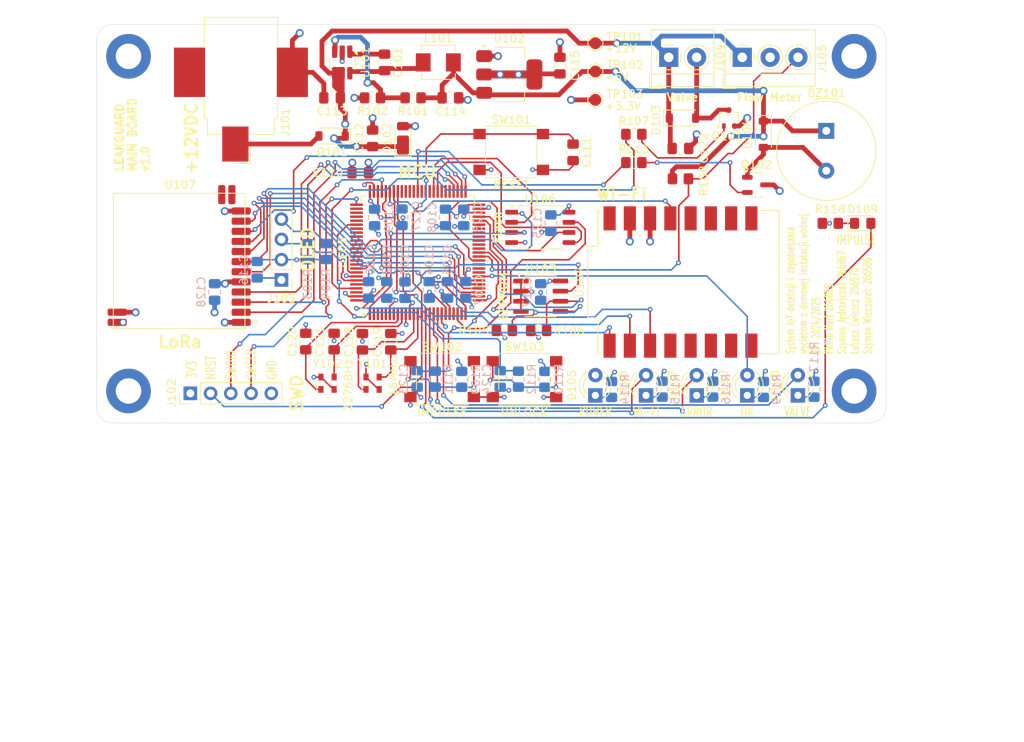
<source format=kicad_pcb>
(kicad_pcb (version 20240108) (generator "pcbnew") (generator_version "8.0")
  (layers (0 "F.Cu" signal) (1 "In1.Cu" signal) (2 "In2.Cu" signal) (31 "B.Cu" signal) (34 "B.Paste" user) (35 "F.Paste" user) (36 "B.SilkS" user "B.Silkscreen") (37 "F.SilkS" user "F.Silkscreen") (38 "B.Mask" user) (39 "F.Mask" user) (44 "Edge.Cuts" user))
  (net 0 "")
  (net 1 "/Main unit/SWDIO")
  (net 2 "Net-(BZ101--)")
  (net 3 "Net-(U101-CB)")
  (net 4 "Net-(U101-SW)")
  (net 5 "/Main unit/LED_ERROR")
  (net 6 "Net-(D103-A)")
  (net 7 "/Main unit/QSPI_IO1")
  (net 8 "+3.3V")
  (net 9 "Net-(U105-VCAP_1)")
  (net 10 "GND")
  (net 11 "Net-(U105-VCAP_2)")
  (net 12 "/Main unit/LSE2")
  (net 13 "/Main unit/LSE1")
  (net 14 "/Main unit/LED_VALVE")
  (net 15 "/Main unit/RESET")
  (net 16 "/Main unit/QSPI_NCS")
  (net 17 "/Main unit/QSPI_IO0")
  (net 18 "Net-(D101-A)")
  (net 19 "/Main unit/SWCLK")
  (net 20 "/Main unit/EEPROM_WP")
  (net 21 "Net-(D105-K)")
  (net 22 "Net-(D106-K)")
  (net 23 "Net-(D107-K)")
  (net 24 "Net-(D108-K)")
  (net 25 "/Main unit/QSPI_CLK")
  (net 26 "Net-(D109-K)")
  (net 27 "Net-(Q101-G)")
  (net 28 "/Main unit/EEPROM_SCK")
  (net 29 "Net-(Q102-B)")
  (net 30 "Net-(U101-FB)")
  (net 31 "Net-(R109-Pad2)")
  (net 32 "Net-(R110-Pad2)")
  (net 33 "/Main unit/HSE2")
  (net 34 "/Main unit/ESP32_TX")
  (net 35 "/Main unit/EEPROM_SDA")
  (net 36 "/Main unit/LED_WIFI")
  (net 37 "/Main unit/QSPI_IO2")
  (net 38 "/Main unit/ESP32_RX")
  (net 39 "/Main unit/ESP32_CTS")
  (net 41 "/Main unit/BTN_UNLOCK")
  (net 44 "/Main unit/HSE1")
  (net 49 "/Main unit/QSPI_IO3")
  (net 50 "/Main unit/BTN_IMP")
  (net 51 "/Main unit/ESP32_RTS")
  (net 52 "/Main unit/LED_IMP")
  (net 55 "/Main unit/VALVE_OUT")
  (net 60 "/Main unit/LED_OK")
  (net 68 "+5V")
  (net 69 "/Main unit/BUZZER_OUT")
  (net 70 "+12V")
  (net 78 "/Main unit/OLED_SDA")
  (net 79 "/Main unit/OLED_SCK")
  (net 80 "/Main unit/FLOW_IMP")
  (net 85 "/Main unit/LORA_MISO")
  (net 86 "/Main unit/LORA_DIO0")
  (net 87 "/Main unit/LORA_SCK")
  (net 88 "/Main unit/LORA_RESET")
  (net 89 "/Main unit/LORA_MOSI")
  (net 90 "/Main unit/LORA_DIO2")
  (net 91 "/Main unit/LORA_NSS")
  (net 92 "/Main unit/LORA_DIO1")
  (net 93 "/Main unit/LORA_DIO3")
  (net 119 "Net-(D110-K)")
  (footprint "Capacitor_SMD:C_0805_2012Metric_Pad1.18x1.45mm_HandSolder" (layer "F.Cu") (at 79.756 36.0465 -90)
    (property "Reference" "C111")
    (property "Value" "100n")
  )
  (footprint "Capacitor_SMD:C_0805_2012Metric_Pad1.18x1.45mm_HandSolder" (layer "F.Cu") (at 49.53 29.21 180)
    (property "Reference" "C113")
    (property "Value" "100n")
  )
  (footprint "Resistor_SMD:R_0805_2012Metric_Pad1.20x1.40mm_HandSolder" (layer "F.Cu") (at 87.376 37.338)
    (property "Reference" "R113")
    (property "Value" "680")
  )
  (footprint "Lora:XL1278-SMT" (layer "F.Cu") (at 37.331 57.385 180)
    (property "Reference" "U107")
    (property "Value" "XL1278-SMT")
  )
  (footprint "Button_Switch_SMD:SW_Push_1P1T_NO_6x6mm_H9.5mm" (layer "F.Cu") (at 73.66 64.516)
    (property "Reference" "SW103")
    (property "Value" "UNLOCK")
  )
  (footprint "Buzzer_Beeper:Buzzer_TDK_PS1240P02BT_D12.2mm_H6.5mm" (layer "F.Cu") (at 111.506 33.354 -90)
    (property "Reference" "BZ101")
    (property "Value" "Buzzer")
  )
  (footprint "LED_THT:LED_D3.0mm" (layer "F.Cu") (at 95.25 66.558 90)
    (property "Reference" "D107")
    (property "Value" "RED")
  )
  (footprint "TestPoint:TestPoint_Pad_D1.5mm" (layer "F.Cu") (at 82.55 29.464)
    (property "Reference" "TP103")
    (property "Value" "+3.3V")
  )
  (footprint "Inductor_SMD:L_Vishay_IHLP-1616" (layer "F.Cu") (at 62.85225 24.765)
    (property "Reference" "L101")
    (property "Value" "15u")
  )
  (footprint "Diode_SMD:D_SOD-123" (layer "F.Cu") (at 49.53 34 180)
    (property "Reference" "D101")
    (property "Value" "1A")
  )
  (footprint "Resistor_SMD:R_0805_2012Metric_Pad1.20x1.40mm_HandSolder" (layer "F.Cu") (at 93.218 39.37)
    (property "Reference" "R108")
    (property "Value" "10k")
  )
  (footprint "Oscillator:Oscillator_SMD_Abracon_ASDMB-4Pin_2.5x2.0mm" (layer "F.Cu") (at 48.959 65.024)
    (property "Reference" "Y102")
    (property "Value" "32768Hz")
  )
  (footprint "Resistor_SMD:R_0805_2012Metric_Pad1.20x1.40mm_HandSolder" (layer "F.Cu") (at 54.61 29.21 180)
    (property "Reference" "R102")
    (property "Value" "22.1k")
  )
  (footprint "MountingHole:MountingHole_3.2mm_M3_DIN965_Pad" (layer "F.Cu") (at 24 66)
    (property "Reference" "REF**" (hide yes))
    (property "Value" "MountingHole_3.2mm_M3_DIN965_Pad")
  )
  (footprint "LED_THT:LED_D3.0mm" (layer "F.Cu") (at 101.6 66.548 90)
    (property "Reference" "D110")
    (property "Value" "GREEN")
  )
  (footprint "LED_SMD:LED_0805_2012Metric_Pad1.15x1.40mm_HandSolder" (layer "F.Cu") (at 116.078 44.958)
    (property "Reference" "D109")
    (property "Value" "GREEN")
  )
  (footprint "Connector_PinHeader_2.54mm:PinHeader_1x04_P2.54mm_Vertical" (layer "F.Cu") (at 43.18 52.06 180)
    (property "Reference" "J103")
    (property "Value" "Conn_01x04_Pin")
  )
  (footprint "Capacitor_SMD:C_0805_2012Metric_Pad1.18x1.45mm_HandSolder" (layer "F.Cu") (at 46.228 59.7955 90)
    (property "Reference" "C120")
    (property "Value" "10p")
  )
  (footprint "Diode_SMD:D_SOD-123" (layer "F.Cu") (at 103.632 33.782 -90)
    (property "Reference" "D104")
    (property "Value" "100mA")
  )
  (footprint "Package_TO_SOT_SMD:SOT-23-3" (layer "F.Cu") (at 102.7485 40.132)
    (property "Reference" "Q102")
    (property "Value" "MMBT2222ALT1G")
  )
  (footprint "Package_QFP:LQFP-100_14x14mm_P0.5mm" (layer "F.Cu") (at 60.27 48.625 90)
    (property "Reference" "U105")
    (property "Value" "STM32F746VETx")
  )
  (footprint "Capacitor_SMD:C_0805_2012Metric_Pad1.18x1.45mm_HandSolder" (layer "F.Cu") (at 49.784 59.7955 -90)
    (property "Reference" "C121")
    (property "Value" "10p")
  )
  (footprint "Resistor_SMD:R_0805_2012Metric_Pad1.20x1.40mm_HandSolder" (layer "F.Cu") (at 75.438 58.42)
    (property "Reference" "R106")
    (property "Value" "4.7k")
  )
  (footprint "Diode_SMD:D_SOD-123" (layer "F.Cu") (at 93.472 31.75)
    (property "Reference" "D103")
    (property "Value" "D")
  )
  (footprint "Package_SO:SOIC-8_3.9x4.9mm_P1.27mm" (layer "F.Cu") (at 75.692 54.102)
    (property "Reference" "U103")
    (property "Value" "24LC512")
  )
  (footprint "LED_THT:LED_D3.0mm" (layer "F.Cu") (at 82.55 66.553 90)
    (property "Reference" "D105")
    (property "Value" "RED")
  )
  (footprint "TestPoint:TestPoint_Pad_D1.5mm" (layer "F.Cu") (at 82.55 22.352 180)
    (property "Reference" "TP101")
    (property "Value" "+12V")
  )
  (footprint "MountingHole:MountingHole_3.2mm_M3_DIN965_Pad" (layer "F.Cu") (at 115 24)
    (property "Reference" "REF**" (hide yes))
    (property "Value" "MountingHole_3.2mm_M3_DIN965_Pad")
  )
  (footprint "Capacitor_SMD:C_0805_2012Metric_Pad1.18x1.45mm_HandSolder" (layer "F.Cu") (at 53.34 59.817 90)
    (property "Reference" "C118")
    (property "Value" "10p")
  )
  (footprint "Button_Switch_SMD:SW_Push_1P1T_NO_6x6mm_H9.5mm" (layer "F.Cu") (at 72 36)
    (property "Reference" "SW101")
    (property "Value" "RESET")
  )
  (footprint "Resistor_SMD:R_0805_2012Metric_Pad1.20x1.40mm_HandSolder" (layer "F.Cu") (at 71.136 58.42)
    (property "Reference" "R105")
    (property "Value" "4.7k")
  )
  (footprint "TestPoint:TestPoint_Pad_D1.5mm" (layer "F.Cu") (at 82.55 25.908)
    (property "Reference" "TP102")
    (property "Value" "+5V")
  )
  (footprint "MountingHole:MountingHole_3.2mm_M3_DIN965_Pad" (layer "F.Cu") (at 115 66)
    (property "Reference" "REF**" (hide yes))
    (property "Value" "MountingHole_3.2mm_M3_DIN965_Pad")
  )
  (footprint "Package_TO_SOT_SMD:SOT-23-6_Handsoldering" (layer "F.Cu") (at 50.8 24.765 -90)
    (property "Reference" "U101")
    (property "Value" "LMR50410")
  )
  (footprint "TerminalBlock_4Ucon:TerminalBlock_4Ucon_1x02_P3.50mm_Horizontal" (layer "F.Cu") (at 91.75 24.13)
    (property "Reference" "J104")
    (property "Value" "Conn_01x02_Socket")
  )
  (footprint "Package_TO_SOT_SMD:SOT-323_SC-70" (layer "F.Cu") (at 99.314 31.75 90)
    (property "Reference" "Q101")
    (property "Value" "DMG1012UW")
  )
  (footprint "Oscillator:Oscillator_SMD_Abracon_ASDMB-4Pin_2.5x2.0mm" (layer "F.Cu") (at 54.61 65.024)
    (property "Reference" "Y101")
    (property "Value" "16MHz")
  )
  (footprint "Resistor_SMD:R_0805_2012Metric_Pad1.20x1.40mm_HandSolder" (layer "F.Cu") (at 112.014 44.958 180)
    (property "Reference" "R118")
    (property "Value" "680")
  )
  (footprint "Capacitor_SMD:C_0805_2012Metric_Pad1.18x1.45mm_HandSolder" (layer "F.Cu") (at 78.105 25.1675 90)
    (property "Reference" "C115")
    (property "Value" "10u")
  )
  (footprint "Diode_SMD:D_PowerDI-123" (layer "F.Cu") (at 58.42 34.29 90)
    (property "Reference" "D102")
    (property "Value" "15V")
  )
  (footprint "LED_THT:LED_D3.0mm" (layer "F.Cu") (at 88.9 66.553 90)
    (property "Reference" "D106")
    (property "Value" "BLUE")
  )
  (footprint "Capacitor_SMD:C_0805_2012Metric_Pad1.18x1.45mm_HandSolder" (layer "F.Cu") (at 53.0645 38.608 180)
    (property "Reference" "C110")
    (property "Value" "4.7u")
  )
  (footprint "Package_SO:SOIC-8_5.23x5.23mm_P1.27mm" (layer "F.Cu") (at 75.648 45.466)
    (property "Reference" "U106")
    (property "Value" "W25Q32JVSS")
  )
  (footprint "Capacitor_SMD:C_0805_2012Metric_Pad1.18x1.45mm_HandSolder" (layer "F.Cu") (at 93.218 35.56 180)
    (property "Reference" "C122")
    (property "Value" "10u")
  )
  (footprint "Package_TO_SOT_SMD:SOT-223-3_TabPin2" (layer "F.Cu") (at 71.755 26.275)
    (property "Reference" "U102")
    (property "Value" "AMS1117-3.3")
  )
  (footprint "Resistor_SMD:R_0805_2012Metric_Pad1.20x1.40mm_HandSolder" (layer "F.Cu") (at 87.376 33.782)
    (property "Reference" "R107")
    (property "Value" "10k")
  )
  (footprint "Connector_BarrelJack:BarrelJack_CUI_PJ-036AH-SMT_Horizontal" (layer "F.Cu") (at 38.1 29.21 180)
    (property "Reference" "J101")
    (property "Value" "Jack-DC")
  )
  (footprint "Capacitor_SMD:C_0805_2012Metric_Pad1.18x1.45mm_HandSolder" (layer "F.Cu") (at 56.896 59.817 -90)
    (property "Reference" "C119")
    (property "Value" "10p")
  )
  (footprint "Capacitor_SMD:C_0805_2012Metric_Pad1.18x1.45mm_HandSolder" (layer "F.Cu") (at 64.3675 29.21)
    (property "Reference" "C114")
    (property "Value" "10u")
  )
  (footprint "MountingHole:MountingHole_3.2mm_M3_DIN965_Pad" (layer "F.Cu") (at 24 24)
    (property "Reference" "REF**" (hide yes))
    (property "Value" "MountingHole_3.2mm_M3_DIN965_Pad")
  )
  (footprint "TerminalBlock_4Ucon:TerminalBlock_4Ucon_1x03_P3.50mm_Horizontal" (layer "F.Cu") (at 100.965 24.13)
    (property "Reference" "J105")
    (property "Value" "Conn_01x03_Socket")
  )
  (footprint "LED_THT:LED_D3.0mm" (layer "F.Cu") (at 107.95 66.548 90)
    (property "Reference" "D108")
    (property "Value" "ORANGE")
  )
  (footprint "Capacitor_SMD:C_0805_2012Metric_Pad1.18x1.45mm_HandSolder" (layer "F.Cu") (at 56.1125 24.765 -90)
    (property "Reference" "C101")
    (property "Value" "100n")
  )
  (footprint "Connector_PinHeader_2.54mm:PinHeader_1x05_P2.54mm_Vertical" (layer "F.Cu") (at 31.75 66.294 90)
    (property "Reference" "J102")
    (property "Value" "Conn_01x05_Pin")
  )
  (footprint "ESP32:MODULE_ESP32-C3_SUPERMINI" (layer "F.Cu") (at 94.234 52.324 90)
    (property "Reference" "U104")
    (property "Value" "ESP32-C3_SUPERMINI_SMD")
  )
  (footprint "Capacitor_SMD:C_0805_2012Metric_Pad1.18x1.45mm_HandSolder" (layer "F.Cu") (at 54.61 34.29 90)
    (property "Reference" "C112")
    (property "Value" "10u")
  )
  (footprint "Button_Switch_SMD:SW_Push_1P1T_NO_6x6mm_H9.5mm" (layer "F.Cu") (at 63.335 64.508)
    (property "Reference" "SW102")
    (property "Value" "IMPULSE")
  )
  (footprint "Resistor_SMD:R_0805_2012Metric_Pad1.20x1.40mm_HandSolder" (layer "F.Cu") (at 59.69 29.21 180)
    (property "Reference" "R101")
    (property "Value" "88.7k")
  )
  (footprint "Resistor_SMD:R_0805_2012Metric_Pad1.20x1.40mm_HandSolder" (layer "B.Cu") (at 65.786 64.532 -90)
    (property "Reference" "R109")
    (property "Value" "22k")
  )
  (footprint "Capacitor_SMD:C_0805_2012Metric_Pad1.18x1.45mm_HandSolder" (layer "B.Cu") (at 58.293 44.196 -90)
    (property "Reference" "C127")
    (property "Value" "2.2u")
  )
  (footprint "Resistor_SMD:R_0805_2012Metric_Pad1.20x1.40mm_HandSolder" (layer "B.Cu") (at 103.632 65.802 90)
    (property "Reference" "R119")
    (property "Value" "470")
  )
  (footprint "Capacitor_SMD:C_0805_2012Metric_Pad1.18x1.45mm_HandSolder" (layer "B.Cu") (at 70.612 64.4945 -90)
    (property "Reference" "C124")
    (property "Value" "2.2u")
  )
  (footprint "Capacitor_SMD:C_0805_2012Metric_Pad1.18x1.45mm_HandSolder" (layer "B.Cu") (at 63.754 44.2175 -90)
    (property "Reference" "C108")
    (property "Value" "100n")
  )
  (footprint "Resistor_SMD:R_0805_2012Metric_Pad1.20x1.40mm_HandSolder" (layer "B.Cu") (at 97.282 65.77 90)
    (property "Reference" "R116")
    (property "Value" "680")
  )
  (footprint "Capacitor_SMD:C_0805_2012Metric_Pad1.18x1.45mm_HandSolder" (layer "B.Cu") (at 66.294 53.3185 90)
    (property "Reference" "C107")
    (property "Value" "100n")
  )
  (footprint "Resistor_SMD:R_0805_2012Metric_Pad1.20x1.40mm_HandSolder" (layer "B.Cu") (at 46.482 48.514 90)
    (property "Reference" "R103")
    (property "Value" "4.7k")
  )
  (footprint "Capacitor_SMD:C_0805_2012Metric_Pad1.18x1.45mm_HandSolder" (layer "B.Cu") (at 56.388 53.3185 90)
    (property "Reference" "C102")
    (property "Value" "100n")
  )
  (footprint "Resistor_SMD:R_0805_2012Metric_Pad1.20x1.40mm_HandSolder" (layer "B.Cu") (at 109.982 65.776 90)
    (property "Reference" "R117")
    (property "Value" "680")
  )
  (footprint "Capacitor_SMD:C_0805_2012Metric_Pad1.18x1.45mm_HandSolder" (layer "B.Cu") (at 75.692 53.5725 -90)
    (property "Reference" "C117")
    (property "Value" "100n")
  )
  (footprint "Capacitor_SMD:C_0805_2012Metric_Pad1.18x1.45mm_HandSolder" (layer "B.Cu") (at 64.008 53.3185 90)
    (property "Reference" "C105")
    (property "Value" "100n")
  )
  (footprint "Capacitor_SMD:C_0805_2012Metric_Pad1.18x1.45mm_HandSolder" (layer "B.Cu") (at 40.132 50.7785 -90)
    (property "Reference" "C116")
    (property "Value" "100n")
  )
  (footprint "Resistor_SMD:R_0805_2012Metric_Pad1.20x1.40mm_HandSolder" (layer "B.Cu") (at 62.484 64.516 90)
    (property "Reference" "R111")
    (property "Value" "22k")
  )
  (footprint "Capacitor_SMD:C_0805_2012Metric_Pad1.18x1.45mm_HandSolder" (layer "B.Cu") (at 61.722 53.3185 90)
    (property "Reference" "C104")
    (property "Value" "100n")
  )
  (footprint "Capacitor_SMD:C_0805_2012Metric_Pad1.18x1.45mm_HandSolder" (layer "B.Cu") (at 60.198 64.4945 -90)
    (property "Reference" "C123")
    (property "Value" "2.2u")
  )
  (footprint "Capacitor_SMD:C_0805_2012Metric_Pad1.18x1.45mm_HandSolder" (layer "B.Cu") (at 76.962 44.9365 -90)
    (property "Reference" "C125")
    (property "Value" "100n")
  )
  (footprint "Capacitor_SMD:C_0805_2012Metric_Pad1.18x1.45mm_HandSolder" (layer "B.Cu") (at 66.04 44.2175 -90)
    (property "Reference" "C126")
    (property "Value" "2.2u")
  )
  (footprint "Resistor_SMD:R_0805_2012Metric_Pad1.20x1.40mm_HandSolder" (layer "B.Cu") (at 48.768 48.498 90)
    (property "Reference" "R104")
    (property "Value" "4.7k")
  )
  (footprint "Capacitor_SMD:C_0805_2012Metric_Pad1.18x1.45mm_HandSolder" (layer "B.Cu") (at 54.102 53.3185 90)
    (property "Reference" "C106")
    (property "Value" "100n")
  )
  (footprint "Resistor_SMD:R_0805_2012Metric_Pad1.20x1.40mm_HandSolder" (layer "B.Cu") (at 84.582 65.802 90)
    (property "Reference" "R114")
    (property "Value" "680")
  )
  (footprint "Resistor_SMD:R_0805_2012Metric_Pad1.20x1.40mm_HandSolder" (layer "B.Cu") (at 72.898 64.516 90)
    (property "Reference" "R112")
    (property "Value" "22k")
  )
  (footprint "Resistor_SMD:R_0805_2012Metric_Pad1.20x1.40mm_HandSolder" (layer "B.Cu") (at 90.932 65.77 90)
    (property "Reference" "R115")
    (property "Value" "330")
  )
  (footprint "Capacitor_SMD:C_0805_2012Metric_Pad1.18x1.45mm_HandSolder" (layer "B.Cu") (at 54.864 44.2175 -90)
    (property "Reference" "C109")
    (property "Value" "100n")
  )
  (footprint "Capacitor_SMD:C_0805_2012Metric_Pad1.18x1.45mm_HandSolder" (layer "B.Cu") (at 34.798 53.5725 -90)
    (property "Reference" "C128")
    (property "Value" "100n")
  )
  (footprint "Resistor_SMD:R_0805_2012Metric_Pad1.20x1.40mm_HandSolder" (layer "B.Cu") (at 76.2 64.532 -90)
    (property "Reference" "R110")
    (property "Value" "22k")
  )
  (footprint "Capacitor_SMD:C_0805_2012Metric_Pad1.18x1.45mm_HandSolder" (layer "B.Cu") (at 58.674 53.34 90)
    (property "Reference" "C103")
    (property "Value" "100n")
  )
  (gr_arc (start 117 20) (mid 118.414214 20.585786) (end 119 22) (stroke (width 0.05)) (layer "Edge.Cuts"))
  (gr_line (start 79.5 70) (end 28.5 70) (stroke (width 0.05)) (layer "Edge.Cuts"))
  (gr_line (start 119 22) (end 119 68) (stroke (width 0.05)) (layer "Edge.Cuts"))
  (gr_line (start 22 20) (end 117 20) (stroke (width 0.05)) (layer "Edge.Cuts"))
  (gr_line (start 28.5 70) (end 22 70) (stroke (width 0.05)) (layer "Edge.Cuts"))
  (gr_arc (start 22 70) (mid 20.585786 69.414214) (end 20 68) (stroke (width 0.05)) (layer "Edge.Cuts"))
  (gr_line (start 20 68) (end 20 22) (stroke (width 0.05)) (layer "Edge.Cuts"))
  (gr_arc (start 20 22) (mid 20.585786 20.585786) (end 22 20) (stroke (width 0.05)) (layer "Edge.Cuts"))
  (gr_arc (start 119 68) (mid 118.414214 69.414214) (end 117 70) (stroke (width 0.05)) (layer "Edge.Cuts"))
  (gr_line (start 117 70) (end 79.5 70) (stroke (width 0.05)) (layer "Edge.Cuts"))
  (gr_text "SWD" (at 45.974 66.294 90) (layer "F.SilkS") (effects (font (size 1.5 1.5) (thickness 0.3)) (justify bottom)))
  (gr_text "ERROR" (at 95.25 69.342 0) (layer "F.SilkS") (effects (font (size 1.2 0.8) (thickness 0.15) (bold yes)) (justify bottom)))
  (gr_text "System IoT detekcji i zapobiegania\nwyciekom z domowej instalacji wodnej\nZPI 2024/2025\nPhilip Hart 266855\nSzymon Jędrzejczak 266867\nŁukasz Świszcz 266576\nSzymon Wieczorek 266586" (at 106.426 61.468 90) (layer "F.SilkS") (effects (font (size 1 0.6) (thickness 0.15) (bold yes)) (justify left top)))
  (gr_text "OK" (at 101.6 69.342 0) (layer "F.SilkS") (effects (font (size 1.2 0.8) (thickness 0.15) (bold yes)) (justify bottom)))
  (gr_text "OLED" (at 47.371 48.26 90) (layer "F.SilkS") (effects (font (size 1.5 1.5) (thickness 0.3)) (justify bottom)))
  (gr_text "NRST\n" (at 35.050084 64.667 90) (layer "F.SilkS") (effects (font (size 1.2 0.8) (thickness 0.15) (bold yes)) (justify left bottom)))
  (gr_text "Flash" (at 70.866 45.466 90) (layer "F.SilkS") (effects (font (size 1 1) (thickness 0.2)) (justify bottom)))
  (gr_text "LEAKGUARD\nMAIN BOARD\nv1.0" (at 26.67 38.608 90) (layer "F.SilkS") (effects (font (size 1 1) (thickness 0.25) (bold yes)) (justify left bottom)))
  (gr_text "EEPROM" (at 71.628 54.102 90) (layer "F.SilkS") (effects (font (size 1 1) (thickness 0.2)) (justify bottom)))
  (gr_text "SWDIO" (at 37.590084 64.667 90) (layer "F.SilkS") (effects (font (size 1.2 0.8) (thickness 0.15) (bold yes)) (justify left bottom)))
  (gr_text "POWER" (at 82.55 69.314 0) (layer "F.SilkS") (effects (font (size 1.2 0.8) (thickness 0.15) (bold yes)) (justify bottom)))
  (gr_text "+12VDC" (at 32.766 34.29 90) (layer "F.SilkS") (effects (font (size 1.5 1.5) (thickness 0.3)) (justify bottom)))
  (gr_text "WI-FI" (at 88.9 69.314 0) (layer "F.SilkS") (effects (font (size 1.2 0.8) (thickness 0.15) (bold yes)) (justify bottom)))
  (gr_text "IMPULSE" (at 115.316 47.752 0) (layer "F.SilkS") (effects (font (size 1.2 0.8) (thickness 0.15) (bold yes)) (justify bottom)))
  (gr_text "Valve" (at 93.472 29.718 0) (layer "F.SilkS") (effects (font (size 1 1) (thickness 0.2)) (justify bottom)))
  (gr_text "LoRa" (at 30.48 60.706 0) (layer "F.SilkS") (effects (font (size 1.5 1.5) (thickness 0.3)) (justify bottom)))
  (gr_text "MCU" (at 60.198 39.37 0) (layer "F.SilkS") (effects (font (size 1.5 1.5) (thickness 0.3)) (justify bottom)))
  (gr_text "GND" (at 42.674405 64.663759 90) (layer "F.SilkS") (effects (font (size 1.2 0.8) (thickness 0.15) (bold yes)) (justify left bottom)))
  (gr_text "VALVE" (at 107.95 69.342 0) (layer "F.SilkS") (effects (font (size 1.2 0.8) (thickness 0.15) (bold yes)) (justify bottom)))
  (gr_text "3V3" (at 32.623 64.54 90) (layer "F.SilkS") (effects (font (size 1.2 0.8) (thickness 0.15) (bold yes)) (justify left bottom)))
  (gr_text "SWCLK" (at 40.095513 64.660171 90) (layer "F.SilkS") (effects (font (size 1.2 0.8) (thickness 0.15) (bold yes)) (justify left bottom)))
  (gr_text "Wi-Fi" (at 85.852 42.164 0) (layer "F.SilkS") (effects (font (size 1.5 1.5) (thickness 0.3)) (justify bottom)))
  (gr_text "Flow Meter" (at 104.394 29.718 0) (layer "F.SilkS") (effects (font (size 1 1) (thickness 0.2)) (justify bottom)))
  (segment (start 55.762583 39.497) (end 55.762583 40.942583) (width 0.2) (layer "F.Cu") (net 1))
  (segment (start 48.514 54.864) (end 48.006 54.356) (width 0.2) (layer "F.Cu") (net 1))
  (segment (start 36.83 61.214) (end 37.973 60.071) (width 0.2) (layer "F.Cu") (net 1))
  (segment (start 36.83 66.294) (end 36.83 61.214) (width 0.2) (layer "F.Cu") (net 1))
  (segment (start 48.006 42.291) (end 50.165 40.132) (width 0.2) (layer "F.Cu") (net 1))
  (segment (start 48.006 54.356) (end 48.006 42.291) (width 0.2) (layer "F.Cu") (net 1))
  (segment (start 55.762583 40.942583) (end 55.77 40.95) (width 0.2) (layer "F.Cu") (net 1))
  (via (at 50.165 40.132) (size 0.6) (drill 0.3) (layers "F.Cu" "B.Cu") (net 1))
  (via (at 48.514 54.864) (size 0.6) (drill 0.3) (layers "F.Cu" "B.Cu") (net 1))
  (via (at 37.973 60.071) (size 0.6) (drill 0.3) (layers "F.Cu" "B.Cu") (net 1))
  (via (at 55.762583 39.497) (size 0.6) (drill 0.3) (layers "F.Cu" "B.Cu") (net 1))
  (segment (start 55.762583 39.497) (end 50.8 39.497) (width 0.2) (layer "B.Cu") (net 1))
  (segment (start 39.116 58.928) (end 37.973 60.071) (width 0.2) (layer "B.Cu") (net 1))
  (segment (start 45.212 54.864) (end 41.148 58.928) (width 0.2) (layer "B.Cu") (net 1))
  (segment (start 41.148 58.928) (end 39.116 58.928) (width 0.2) (layer "B.Cu") (net 1))
  (segment (start 48.514 54.864) (end 45.212 54.864) (width 0.2) (layer "B.Cu") (net 1))
  (segment (start 50.8 39.497) (end 50.165 40.132) (width 0.2) (layer "B.Cu") (net 1))
  (segment (start 101.611 38.365) (end 101.611 39.182) (width 0.6) (layer "F.Cu") (net 2))
  (segment (start 111.506 38.354) (end 108.584 35.432) (width 0.6) (layer "F.Cu") (net 2))
  (segment (start 103.632 35.432) (end 103.632 36.322) (width 0.6) (layer "F.Cu") (net 2))
  (segment (start 103.632 36.322) (end 101.6 38.354) (width 0.6) (layer "F.Cu") (net 2))
  (segment (start 101.6 38.354) (end 101.611 38.365) (width 0.6) (layer "F.Cu") (net 2))
  (segment (start 108.584 35.432) (end 103.632 35.432) (width 0.6) (layer "F.Cu") (net 2))
  (segment (start 56.1125 23.7275) (end 52.0625 23.7275) (width 0.6) (layer "F.Cu") (net 3))
  (segment (start 52.0625 23.7275) (end 51.75 23.415) (width 0.6) (layer "F.Cu") (net 3))
  (segment (start 60.198 25.527) (end 60.96 24.765) (width 0.6) (layer "F.Cu") (net 4))
  (segment (start 56.1125 25.8025) (end 56.388 25.527) (width 0.6) (layer "F.Cu") (net 4))
  (segment (start 56.388 25.527) (end 60.198 25.527) (width 0.6) (layer "F.Cu") (net 4))
  (segment (start 51.957 25.908) (end 51.75 26.115) (width 0.6) (layer "F.Cu") (net 4))
  (segment (start 56.1125 25.8025) (end 56.007 25.908) (width 0.6) (layer "F.Cu") (net 4))
  (segment (start 56.007 25.908) (end 51.957 25.908) (width 0.6) (layer "F.Cu") (net 4))
  (segment (start 62.738 67.31) (end 62.738 59.436) (width 0.2) (layer "F.Cu") (net 5))
  (segment (start 62.738 59.436) (end 62.27 58.968) (width 0.2) (layer "F.Cu") (net 5))
  (segment (start 62.27 58.968) (end 62.27 56.3) (width 0.2) (layer "F.Cu") (net 5))
  (segment (start 93.472 65.796) (end 95.25 64.018) (width 0.2) (layer "F.Cu") (net 5))
  (segment (start 93.472 68.545) (end 93.472 65.796) (width 0.2) (layer "F.Cu") (net 5))
  (via (at 93.472 68.545) (size 0.6) (drill 0.3) (layers "F.Cu" "B.Cu") (net 5))
  (via (at 62.738 67.31) (size 0.6) (drill 0.3) (layers "F.Cu" "B.Cu") (net 5))
  (segment (start 93.08 68.153) (end 93.472 68.545) (width 0.2) (layer "B.Cu") (net 5))
  (segment (start 63.581 68.153) (end 93.08 68.153) (width 0.2) (layer "B.Cu") (net 5))
  (segment (start 62.738 67.31) (end 63.581 68.153) (width 0.2) (layer "B.Cu") (net 5))
  (segment (start 98 30.75) (end 99.314 30.75) (width 0.6) (layer "F.Cu") (net 6))
  (segment (start 97 31.75) (end 98 30.75) (width 0.6) (layer "F.Cu") (net 6))
  (segment (start 95.122 31.75) (end 97 31.75) (width 0.6) (layer "F.Cu") (net 6))
  (segment (start 95.25 24.13) (end 95.25 31) (width 0.6) (layer "F.Cu") (net 6))
  (segment (start 95.25 31) (end 95.25 31.622) (width 0.6) (layer "F.Cu") (net 6))
  (segment (start 95.25 31.622) (end 95.122 31.75) (width 0.6) (layer "F.Cu") (net 6))
  (segment (start 74.549 41.148) (end 74.549 43.942) (width 0.2) (layer "F.Cu") (net 7))
  (segment (start 70.231 36.83) (end 74.549 41.148) (width 0.2) (layer "F.Cu") (net 7))
  (segment (start 73.66 44.831) (end 72.048 44.831) (width 0.2) (layer "F.Cu") (net 7))
  (segment (start 62.27 40.95) (end 62.27 37.806) (width 0.2) (layer "F.Cu") (net 7))
  (segment (start 62.27 37.806) (end 63.246 36.83) (width 0.2) (layer "F.Cu") (net 7))
  (segment (start 74.549 43.942) (end 73.66 44.831) (width 0.2) (layer "F.Cu") (net 7))
  (segment (start 63.246 36.83) (end 70.231 36.83) (width 0.2) (layer "F.Cu") (net 7))
  (segment (start 61.722 53.594) (end 61.89641 53.594) (width 0.2) (layer "F.Cu") (net 8))
  (segment (start 59.6265 54.9275) (end 59.27 55.284) (width 0.2) (layer "F.Cu") (net 8))
  (segment (start 78.105 26.205) (end 74.975 26.205) (width 0.6) (layer "F.Cu") (net 8))
  (segment (start 72.898 26.275) (end 74.905 26.275) (width 1) (layer "F.Cu") (net 8))
  (segment (start 61.89641 53.594) (end 63.77 55.46759) (width 0.2) (layer "F.Cu") (net 8))
  (segment (start 79.248 42.764) (end 79.248 43.561) (width 0.2) (layer "F.Cu") (net 8))
  (segment (start 65.107425 44.113777) (end 65.107425 44.112575) (width 0.2) (layer "F.Cu") (net 8))
  (segment (start 76.835 52.197) (end 78.167 52.197) (width 0.2) (layer "F.Cu") (net 8))
  (segment (start 53.42741 54.625) (end 52.595 54.625) (width 0.2) (layer "F.Cu") (net 8))
  (segment (start 82.55 29.464) (end 79.502 29.464) (width 0.6) (layer "F.Cu") (net 8))
  (segment (start 36.341 52.305) (end 38.131 52.305) (width 0.6) (layer "F.Cu") (net 8))
  (segment (start 65.107425 44.112575) (end 66.595 42.625) (width 0.2) (layer "F.Cu") (net 8))
  (segment (start 56.77 55.371) (end 56.77 56.3) (width 0.2) (layer "F.Cu") (net 8))
  (segment (start 67.056 55.499) (end 67.06259 55.49241) (width 0.2) (layer "F.Cu") (net 8))
  (segment (start 54.356 42.164) (end 54.27 42.078) (width 0.2) (layer "F.Cu") (net 8))
  (segment (start 64.27 55.38) (end 64.27 56.3) (width 0.2) (layer "F.Cu") (net 8))
  (segment (start 89.414 47.238) (end 89.408 47.244) (width 0.6) (layer "F.Cu") (net 8))
  (segment (start 74.438 58.42) (end 74.549 58.42) (width 0.2) (layer "F.Cu") (net 8))
  (segment (start 54.757235 53.360235) (end 54.692175 53.360235) (width 0.2) (layer "F.Cu") (net 8))
  (segment (start 74.975 26.205) (end 74.905 26.275) (width 0.6) (layer "F.Cu") (net 8))
  (segment (start 68.605 26.275) (end 70.612 26.275) (width 1) (layer "F.Cu") (net 8))
  (segment (start 66.595 42.625) (end 67.945 42.625) (width 0.2) (layer "F.Cu") (net 8))
  (segment (start 54.692175 53.360235) (end 53.42741 54.625) (width 0.2) (layer "F.Cu") (net 8))
  (segment (start 57.531 54.61) (end 56.77 55.371) (width 0.2) (layer "F.Cu") (net 8))
  (segment (start 70.136 58.42) (end 70.278178 58.42) (width 0.2) (layer "F.Cu") (net 8))
  (segment (start 54.27 42.078) (end 54.27 40.95) (width 0.2) (layer "F.Cu") (net 8))
  (segment (start 67.06259 55.49241) (end 67.06259 55.075) (width 0.2) (layer "F.Cu") (net 8))
  (segment (start 63.246 54.356) (end 64.27 55.38) (width 0.2) (layer "F.Cu") (net 8))
  (segment (start 67.06259 55.075) (end 66.675 54.68741) (width 0.2) (layer "F.Cu") (net 8))
  (segment (start 59.27 55.284) (end 59.27 56.3) (width 0.2) (layer "F.Cu") (net 8))
  (segment (start 74.792 26.162) (end 74.905 26.275) (width 0.6) (layer "F.Cu") (net 8))
  (segment (start 66.675 54.356) (end 66.906 54.125) (width 0.2) (layer "F.Cu") (net 8))
  (segment (start 74.549 58.42) (end 75.438 59.309) (width 0.2) (layer "F.Cu") (net 8))
  (segment (start 63.246 53.467) (end 63.246 54.356) (width 0.2) (layer "F.Cu") (net 8))
  (segment (start 70.278178 58.42) (end 71.198533 59.340355) (width 0.2) (layer "F.Cu") (net 8))
  (segment (start 89.414 44.339) (end 89.414 47.238) (width 0.6) (layer "F.Cu") (net 8))
  (segment (start 66.906 54.125) (end 67.945 54.125) (width 0.2) (layer "F.Cu") (net 8))
  (segment (start 72.898 26.275) (end 70.612 26.275) (width 1) (layer "F.Cu") (net 8))
  (segment (start 54.102 38.608) (end 54.102 37.338) (width 0.6) (layer "F.Cu") (net 8))
  (segment (start 66.675 54.68741) (end 66.675 54.356) (width 0.2) (layer "F.Cu") (net 8))
  (segment (start 63.77 55.46759) (end 63.77 56.3) (width 0.2) (layer "F.Cu") (net 8))
  (segment (start 36.111 52.535) (end 36.341 52.305) (width 0.6) (layer "F.Cu") (net 8))
  (via (at 61.722 53.594) (size 0.6) (drill 0.3) (layers "F.Cu" "B.Cu") (net 8))
  (via (at 54.102 37.338) (size 1) (drill 0.6) (layers "F.Cu" "B.Cu") (net 8))
  (via (at 75.692 62.23) (size 0.6) (drill 0.3) (layers "F.Cu" "B.Cu") (net 8))
  (via (at 65.107425 44.113777) (size 0.6) (drill 0.3) (layers "F.Cu" "B.Cu") (net 8))
  (via (at 54.757235 53.360235) (size 0.6) (drill 0.3) (layers "F.Cu" "B.Cu") (net 8))
  (via (at 70.612 26.275) (size 1) (drill 0.6) (layers "F.Cu" "B.Cu") (net 8))
  (via (at 72.898 26.275) (size 1) (drill 0.6) (layers "F.Cu" "B.Cu") (net 8))
  (via (at 67.056 55.499) (size 0.6) (drill 0.3) (layers "F.Cu" "B.Cu") (net 8))
  (via (at 65.278 62.23) (size 0.6) (drill 0.3) (layers "F.Cu" "B.Cu") (net 8))
  (via (at 36.111 52.535) (size 1) (drill 0.6) (layers "F.Cu" "B.Cu") (net 8))
  (via (at 59.6265 54.9275) (size 0.6) (drill 0.3) (layers "F.Cu" "B.Cu") (net 8))
  (via (at 76.835 52.197) (size 0.6) (drill 0.3) (layers "F.Cu" "B.Cu") (net 8))
  (via (at 75.438 59.309) (size 0.6) (drill 0.3) (layers "F.Cu" "B.Cu") (net 8))
  (via (at 54.356 42.164) (size 0.6) (drill 0.3) (layers "F.Cu" "B.Cu") (net 8))
  (via (at 89.408 47.244) (size 1) (drill 0.6) (layers "F.Cu" "B.Cu") (net 8))
  (via (at 79.502 29.464) (size 1) (drill 0.6) (layers "F.Cu" "B.Cu") (net 8))
  (via (at 63.246 53.467) (size 0.6) (drill 0.3) (layers "F.Cu" "B.Cu") (net 8))
  (via (at 57.531 54.61) (size 0.6) (drill 0.3) (layers "F.Cu" "B.Cu") (net 8))
  (via (at 45.085 49.53) (size 0.6) (drill 0.3) (layers "F.Cu" "B.Cu") (net 8))
  (via (at 79.248 42.764) (size 0.6) (drill 0.3) (layers "F.Cu" "B.Cu") (net 8))
  (via (at 71.198533 59.340355) (size 0.6) (drill 0.3) (layers "F.Cu" "B.Cu") (net 8))
  (segment (start 43.18 49.52) (end 45.075 49.52) (width 0.2) (layer "B.Cu") (net 8))
  (segment (start 65.786 62.738) (end 65.278 62.23) (width 0.2) (layer "B.Cu") (net 8))
  (segment (start 67.056 55.499) (end 67.056 55.118) (width 0.2) (layer "B.Cu") (net 8))
  (segment (start 54.864 43.18) (end 54.864 42.672) (width 0.2) (layer "B.Cu") (net 8))
  (segment (start 76.962 43.899) (end 78.113 43.899) (width 0.2) (layer "B.Cu") (net 8))
  (segment (start 76.2 62.738) (end 75.692 62.23) (width 0.2) (layer "B.Cu") (net 8))
  (segment (start 59.0765 54.3775) (end 58.674 54.3775) (width 0.2) (layer "B.Cu") (net 8))
  (segment (start 76.2 63.532) (end 76.2 62.738) (width 0.2) (layer "B.Cu") (net 8))
  (segment (start 46.498 49.498) (end 46.482 49.514) (width 0.2) (layer "B.Cu") (net 8))
  (segment (start 57.277 54.356) (end 56.388 54.356) (width 0.2) (layer "B.Cu") (net 8))
  (segment (start 43.18 49.52) (end 40.353 49.52) (width 0.2) (layer "B.Cu") (net 8))
  (segment (start 57.531 54.61) (end 57.277 54.356) (width 0.2) (layer "B.Cu") (net 8))
  (segment (start 54.102 54.01547) (end 54.102 54.356) (width 0.2) (layer "B.Cu") (net 8))
  (segment (start 78.113 43.899) (end 79.248 42.764) (width 0.2) (layer "B.Cu") (net 8))
  (segment (start 48.768 49.498) (end 46.498 49.498) (width 0.2) (layer "B.Cu") (net 8))
  (segment (start 67.056 55.118) (end 66.294 54.356) (width 0.2) (layer "B.Cu") (net 8))
  (segment (start 40.353 49.52) (end 40.132 49.741) (width 0.2) (layer "B.Cu") (net 8))
  (segment (start 65.107425 44.113777) (end 64.173648 43.18) (width 0.2) (layer "B.Cu") (net 8))
  (segment (start 65.786 63.532) (end 65.786 62.738) (width 0.2) (layer "B.Cu") (net 8))
  (segment (start 45.101 49.514) (end 45.085 49.53) (width 0.2) (layer "B.Cu") (net 8))
  (segment (start 64.008 54.356) (end 64.008 54.229) (width 0.2) (layer "B.Cu") (net 8))
  (segment (start 59.6265 54.9275) (end 59.0765 54.3775) (width 0.2) (layer "B.Cu") (net 8))
  (segment (start 61.722 54.356) (end 61.722 53.594) (width 0.2) (layer "B.Cu") (net 8))
  (segment (start 46.482 49.514) (end 45.101 49.514) (width 0.2) (layer "B.Cu") (net 8))
  (segment (start 45.075 49.52) (end 45.085 49.53) (width 0.2) (layer "B.Cu") (net 8))
  (segment (start 76.497 52.535) (end 76.835 52.197) (width 0.2) (layer "B.Cu") (net 8))
  (segment (start 36.111 52.535) (end 34.798 52.535) (width 0.6) (layer "B.Cu") (net 8))
  (segment (start 64.008 54.229) (end 63.246 53.467) (width 0.2) (layer "B.Cu") (net 8))
  (segment (start 75.692 52.535) (end 76.497 52.535) (width 0.2) (layer "B.Cu") (net 8))
  (segment (start 54.757235 53.360235) (end 54.102 54.01547) (width 0.2) (layer "B.Cu") (net 8))
  (segment (start 54.864 42.672) (end 54.356 42.164) (width 0.2) (layer "B.Cu") (net 8))
  (segment (start 64.173648 43.18) (end 63.754 43.18) (width 0.2) (layer "B.Cu") (net 8))
  (segment (start 66.484 43.625) (end 66.04 44.069) (width 0.2) (layer "F.Cu") (net 9))
  (segment (start 67.945 43.625) (end 66.484 43.625) (width 0.2) (layer "F.Cu") (net 9))
  (via (at 66.04 44.069) (size 0.6) (drill 0.3) (layers "F.Cu" "B.Cu") (net 9))
  (segment (start 66.04 44.069) (end 66.04 43.18) (width 0.2) (layer "B.Cu") (net 9))
  (segment (start 78.105 22.225) (end 78.105 24.13) (width 0.6) (layer "F.Cu") (net 10))
  (segment (start 49.684 65.799) (end 48.134 64.249) (width 0.2) (layer "F.Cu") (net 10))
  (segment (start 58.3145 58.7795) (end 56.896 58.7795) (width 0.2) (layer "F.Cu") (net 10))
  (segment (start 63.754 57.912) (end 63.27 57.428) (width 0.2) (layer "F.Cu") (net 10))
  (segment (start 36.087 57.385) (end 36.068 57.404) (width 0.6) (layer "F.Cu") (net 10))
  (segment (start 73.217 54.737) (end 73.217 56.007) (width 0.2) (layer "F.Cu") (net 10))
  (segment (start 86.874 47.238) (end 86.868 47.244) (width 0.6) (layer "F.Cu") (net 10))
  (segment (start 66.548 29.464) (end 65.659 29.464) (width 0.6) (layer "F.Cu") (net 10))
  (segment (start 55.335 65.799) (end 53.785 64.249) (width 0.2) (layer "F.Cu") (net 10))
  (segment (start 79.756 37.084) (end 79.756 37.719) (width 0.2) (layer "F.Cu") (net 10))
  (segment (start 86.874 44.339) (end 86.874 47.238) (width 0.6) (layer "F.Cu") (net 10))
  (segment (start 67.945 54.625) (end 68.83441 54.625) (width 0.2) (layer "F.Cu") (net 10))
  (segment (start 73.734086 47.352479) (end 73.715565 47.371) (width 0.2) (layer "F.Cu") (net 10))
  (segment (start 76.109 66.766) (end 76.073 66.802) (width 0.2) (layer "F.Cu") (net 10))
  (segment (start 54.61 31.75) (end 54.61 33.2525) (width 0.6) (layer "F.Cu") (net 10))
  (segment (start 54.77 40.11759) (end 54.77 40.95) (width 0.2) (layer "F.Cu") (net 10))
  (segment (start 65.659 29.464) (end 65.405 29.21) (width 0.6) (layer "F.Cu") (net 10))
  (segment (start 50.8 23.415) (end 50.8 24.638) (width 0.6) (layer "F.Cu") (net 10))
  (segment (start 74.549 53.544631) (end 73.294631 53.544631) (width 0.2) (layer "F.Cu") (net 10))
  (segment (start 79.756 37.719) (end 79.225 38.25) (width 0.2) (layer "F.Cu") (net 10))
  (segment (start 67.945 43.125) (end 69.028217 43.125) (width 0.2) (layer "F.Cu") (net 10))
  (segment (start 63.27 57.428) (end 63.27 56.3) (width 0.2) (layer "F.Cu") (net 10))
  (segment (start 59.36 67.767) (end 59.36 66.758) (width 0.2) (layer "F.Cu") (net 10))
  (segment (start 38.131 57.385) (end 36.087 57.385) (width 0.6) (layer "F.Cu") (net 10))
  (segment (start 49.784 59.69) (end 49.784 58.758) (width 0.2) (layer "F.Cu") (net 10))
  (segment (start 44.55 21.998) (end 45.466 21.082) (width 0.6) (layer "F.Cu") (net 10))
  (segment (start 53.594 40.132) (end 53.876 39.85) (width 0.2) (layer "F.Cu") (net 10))
  (segment (start 52.027 38.608) (end 52.027 37.381) (width 0.6) (layer "F.Cu") (net 10))
  (segment (start 52.595 54.125) (end 51.581 54.125) (width 0.2) (layer "F.Cu") (net 10))
  (segment (start 55.435 65.799) (end 55.335 65.799) (width 0.2) (layer "F.Cu") (net 10))
  (segment (start 48.4925 29.21) (end 48.4925 27.4105) (width 0.6) (layer "F.Cu") (net 10))
  (segment (start 95.122 33.91) (end 95.25 33.782) (width 0.6) (layer "F.Cu") (net 10))
  (segment (start 69.677 66.758) (end 69.685 66.766) (width 0.2) (layer "F.Cu") (net 10))
  (segment (start 46.228 57.658) (end 46.228 58.758) (width 0.2) (layer "F.Cu") (net 10))
  (segment (start 49.784 65.799) (end 49.684 65.799) (width 0.2) (layer "F.Cu") (net 10))
  (segment (start 73.217 52.197) (end 73.217 53.467) (width 0.2) (layer "F.Cu") (net 10))
  (segment (start 22.583 56.115) (end 24.873 56.115) (width 0.6) (layer "F.Cu") (net 10))
  (segment (start 51.581 54.125) (end 51.181 53.725) (width 0.2) (layer "F.Cu") (net 10))
  (segment (start 58.814681 57.678643) (end 58.77 57.633962) (width 0.2) (layer "F.Cu") (net 10))
  (segment (start 74.699 38.25) (end 74.676 38.227) (width 0.2) (layer "F.Cu") (net 10))
  (segment (start 51.408 51.625) (end 52.595 51.625) (width 0.2) (layer "F.Cu") (net 10))
  (segment (start 53.34 59.767) (end 53.34 58.7795) (width 0.2) (layer "F.Cu") (net 10))
  (segment (start 75.975 38.25) (end 74.699 38.25) (width 0.2) (layer "F.Cu") (net 10))
  (segment (start 52.324 29.21) (end 53.61 29.21) (width 0.6) (layer "F.Cu") (net 10))
  (segment (start 77.635 66.766) (end 76.109 66.766) (width 0.2) (layer "F.Cu") (net 10))
  (segment (start 100.6 32.75) (end 99.964 32.75) (width 0.6) (layer "F.Cu") (net 10))
  (segment (start 36.087 43.415) (end 36.068 43.434) (width 0.6) (layer "F.Cu") (net 10))
  (segment (start 52.027 37.381) (end 52.07 37.338) (width 0.6) (layer "F.Cu") (net 10))
  (segment (start 59.943 32.765) (end 58.42 32.765) (width 0.6) (layer "F.Cu") (net 10))
  (segment (start 69.028217 43.125) (end 69.173259 42.979958) (width 0.2) (layer "F.Cu") (net 10))
  (segment (start 48.121 64.262) (end 48.134 64.249) (width 0.2) (layer "F.Cu") (net 10))
  (segment (start 104.902 40.132) (end 105.664 40.894) (width 0.6) (layer "F.Cu") (net 10))
  (segment (start 58.77 57.633962) (end 58.77 56.3) (width 0.2) (layer "F.Cu") (net 10))
  (segment (start 101.6 31.75) (end 100.6 32.75) (width 0.6) (layer "F.Cu") (net 10))
  (segment (start 53.876 39.85) (end 54.50241 39.85) (width 0.2) (layer "F.Cu") (net 10))
  (segment (start 79.225 38.25) (end 75.975 38.25) (width 0.2) (layer "F.Cu") (net 10))
  (segment (start 73.294631 53.544631) (end 73.217 53.467) (width 0.2) (layer "F.Cu") (net 10))
  (segment (start 95.122 34.6935) (end 95.122 33.91) (width 0.6) (layer "F.Cu") (net 10))
  (segment (start 54.50241 39.85) (end 54.77 40.11759) (width 0.2) (layer "F.Cu") (net 10))
  (segment (start 47.244 64.262) (end 48.121 64.262) (width 0.2) (layer "F.Cu") (net 10))
  (segment (start 59.944 32.766) (end 59.943 32.765) (width 0.6) (layer "F.Cu") (net 10))
  (segment (start 73.715565 47.371) (end 72.048 47.371) (width 0.2) (layer "F.Cu") (net 10))
  (segment (start 73.217 53.467) (end 73.217 54.737) (width 0.2) (layer "F.Cu") (net 10))
  (segment (start 69.446 38.25) (end 69.469 38.227) (width 0.2) (layer "F.Cu") (net 10))
  (segment (start 95.122 34.6935) (end 94.2555 35.56) (width 0.6) (layer "F.Cu") (net 10))
  (segment (start 48.4925 27.4105) (end 47.092 26.01) (width 0.6) (layer "F.Cu") (net 10))
  (segment (start 111.014 44.958) (end 111.914 44.958) (width 0.2) (layer "F.Cu") (net 10))
  (segment (start 67.31 66.758) (end 69.677 66.758) (width 0.2) (layer "F.Cu") (net 10))
  (segment (start 53.785 62.674) (end 53.848 62.611) (width 0.2) (layer "F.Cu") (net 10))
  (segment (start 103.886 40.132) (end 104.902 40.132) (width 0.6) (layer "F.Cu") (net 10))
  (segment (start 70.33 23.975) (end 68.605 23.975) (width 0.6) (layer "F.Cu") (net 10))
  (segment (start 51.308 51.525) (end 51.408 51.625) (width 0.2) (layer "F.Cu") (net 10))
  (segment (start 71.12 66.766) (end 69.685 66.766) (width 0.2) (layer "F.Cu") (net 10))
  (segment (start 68.83441 54.625) (end 69.24495 54.21446) (width 0.2) (layer "F.Cu") (net 10))
  (segment (start 38.131 43.415) (end 36.087 43.415) (width 0.6) (layer "F.Cu") (net 10))
  (segment (start 47.092 26.01) (end 44.55 26.01) (width 0.6) (layer "F.Cu") (net 10))
  (segment (start 53.785 64.249) (end 53.785 62.674) (width 0.2) (layer "F.Cu") (net 10))
  (segment (start 68.025 38.25) (end 69.446 38.25) (width 0.2) (layer "F.Cu") (net 10))
  (segment (start 24.873 56.115) (end 24.892 56.134) (width 0.6) (layer "F.Cu") (net 10))
  (segment (start 44.55 26.01) (end 44.55 21.998) (width 0.6) (layer "F.Cu") (net 10))
  (via (at 63.754 57.912) (size 0.6) (drill 0.3) (layers "F.Cu" "B.Cu") (net 10))
  (via (at 59.36 67.767) (size 0.6) (drill 0.3) (layers "F.Cu" "B.Cu") (net 10))
  (via (at 64.897 45.339) (size 0.6) (drill 0.3) (layers "F.Cu" "B.Cu") (net 10))
  (via (at 58.814681 57.678643) (size 0.6) (drill 0.3) (layers "F.Cu" "B.Cu") (net 10))
  (via (at 91.186 63.5) (size 0.6) (drill 0.3) (layers "F.Cu" "B.Cu") (net 10))
  (via (at 75.819 46.066) (size 0.6) (drill 0.3) (layers "F.Cu" "B.Cu") (net 10))
  (via (at 55.372 51.816) (size 0.6) (drill 0.3) (layers "F.Cu" "B.Cu") (net 10))
  (via (at 36.068 57.404) (size 1) (drill 0.6) (layers "F.Cu" "B.Cu") (net 10))
  (via (at 74.549 53.544631) (size 0.6) (drill 0.3) (layers "F.Cu" "B.Cu") (net 10))
  (via (at 74.676 38.227) (size 0.6) (drill 0.3) (layers "F.Cu" "B.Cu") (net 10))
  (via (at 105.664 40.894) (size 1) (drill 0.6) (layers "F.Cu" "B.Cu") (net 10))
  (via (at 84.963 63.627) (size 0.6) (drill 0.3) (layers "F.Cu" "B.Cu") (net 10))
  (via (at 50.8 24.638) (size 0.6) (drill 0.3) (layers "F.Cu" "B.Cu") (net 10))
  (via (at 34.798 56.134) (size 1) (drill 0.6) (layers "F.Cu" "B.Cu") (net 10))
  (via (at 36.068 43.434) (size 1) (drill 0.6) (layers "F.Cu" "B.Cu") (net 10))
  (via (at 55.372 46.355) (size 0.6) (drill 0.3) (layers "F.Cu" "B.Cu") (net 10))
  (via (at 66.548 29.464) (size 1) (drill 0.6) (layers "F.Cu" "B.Cu") (net 10))
  (via (at 97.536 63.5) (size 0.6) (drill 0.3) (layers "F.Cu" "B.Cu") (net 10))
  (via (at 62.865 51.685755) (size 0.6) (drill 0.3) (layers "F.Cu" "B.Cu") (net 10))
  (via (at 110.236 63.49) (size 0.6) (drill 0.3) (layers "F.Cu" "B.Cu") (net 10))
  (via (at 73.734086 47.352479) (size 0.6) (drill 0.3) (layers "F.Cu" "B.Cu") (net 10))
  (via (at 46.228 57.658) (size 0.6) (drill 0.3) (layers "F.Cu" "B.Cu") (net 10))
  (via (at 52.07 37.338) (size 1) (drill 0.6) (layers "F.Cu" "B.Cu") (net 10))
  (via (at 47.244 64.262) (size 0.6) (drill 0.3) (layers "F.Cu" "B.Cu") (net 10))
  (via (at 53.594 40.132) (size 0.6) (drill 0.3) (layers "F.Cu" "B.Cu") (net 10))
  (via (at 78.105 22.225) (size 1) (drill 0.6) (layers "F.Cu" "B.Cu") (net 10))
  (via (at 24.892 56.134) (size 1) (drill 0.6) (layers "F.Cu" "B.Cu") (net 10))
  (via (at 51.181 53.725) (size 0.6) (drill 0.3) (layers "F.Cu" "B.Cu") (net 10))
  (via (at 76.073 66.802) (size 0.6) (drill 0.3) (layers "F.Cu" "B.Cu") (net 10))
  (via (at 54.61 31.75) (size 1) (drill 0.6) (layers "F.Cu" "B.Cu") (net 10))
  (via (at 59.944 32.766) (size 1) (drill 0.6) (layers "F.Cu" "B.Cu") (net 10))
  (via (at 70.33 23.975) (size 1) (drill 0.6) (layers "F.Cu" "B.Cu") (net 10))
  (via (at 52.324 29.21) (size 1) (drill 0.6) (layers "F.Cu" "B.Cu") (net 10))
  (via (at 49.784 59.69) (size 0.6) (drill 0.3) (layers "F.Cu" "B.Cu") (net 10))
  (via (at 53.848 62.611) (size 0.6) (drill 0.3) (layers "F.Cu" "B.Cu") (net 10))
  (via (at 60.67 66.802) (size 0.6) (drill 0.3) (layers "F.Cu" "B.Cu") (net 10))
  (via (at 71.12 66.766) (size 0.6) (drill 0.3) (layers "F.Cu" "B.Cu") (net 10))
  (via (at 53.34 59.767) (size 0.6) (drill 0.3) (layers "F.Cu" "B.Cu") (net 10))
  (via (at 69.173259 42.979958) (size 0.6) (drill 0.3) (layers "F.Cu" "B.Cu") (net 10))
  (via (at 103.886 63.5) (size 0.6) (drill 0.3) (layers "F.Cu" "B.Cu") (net 10))
  (via (at 58.42 44.246) (size 0.6) (drill 0.3) (layers "F.Cu" "B.Cu") (net 10))
  (via (at 111.914 44.958) (size 0.6) (drill 0.3) (layers "F.Cu" "B.Cu") (net 10))
  (via (at 101.6 31.75) (size 1) (drill 0.6) (layers "F.Cu" "B.Cu") (net 10))
  (via (at 71.698348 65.90928) (size 0.6) (drill 0.3) (layers "F.Cu" "B.Cu") (net 10))
  (via (at 59.055 51.562) (size 0.6) (drill 0.3) (layers "F.Cu" "B.Cu") (net 10))
  (via (at 69.469 38.227) (size 0.6) (drill 0.3) (layers "F.Cu" "B.Cu") (net 10))
  (via (at 75.692 53.6225) (size 0.6) (drill 0.3) (layers "F.Cu" "B.Cu") (net 10))
  (via (at 58.3145 58.7795) (size 0.6) (drill 0.3) (layers "F.Cu" "B.Cu") (net 10))
  (via (at 86.868 47.244) (size 1) (drill 0.6) (layers "F.Cu" "B.Cu") (net 10))
  (via (at 51.308 51.525) (size 0.6) (drill 0.3) (layers "F.Cu" "B.Cu") (net 10))
  (via (at 62.696314 52.885755) (size 0.6) (drill 0.3) (layers "F.Cu" "B.Cu") (net 10))
  (via (at 66.646644 50.747885) (size 0.6) (drill 0.3) (layers "F.Cu" "B.Cu") (net 10))
  (via (at 54.356 51.054) (size 0.6) (drill 0.3) (layers "F.Cu" "B.Cu") (net 10))
  (via (at 45.466 21.082) (size 1) (drill 0.6) (layers "F.Cu" "B.Cu") (net 10))
  (via (at 95.25 33.782) (size 1) (drill 0.6) (layers "F.Cu" "B.Cu") (net 10))
  (via (at 69.24495 54.21446) (size 0.6) (drill 0.3) (layers "F.Cu" "B.Cu") (net 10))
  (via (at 62.611 45.339) (size 0.6) (drill 0.3) (layers "F.Cu" "B.Cu") (net 10))
  (segment (start 75.819 46.066) (end 75.657 46.066) (width 0.2) (layer "B.Cu") (net 10))
  (segment (start 84.582 64.802) (end 84.582 64.008) (width 0.2) (layer "B.Cu") (net 10))
  (segment (start 65.956 45.339) (end 66.04 45.255) (width 0.2) (layer "B.Cu") (net 10))
  (segment (start 55.372 51.816) (end 55.923 51.816) (width 0.2) (layer "B.Cu") (net 10))
  (segment (start 109.982 64.776) (end 109.982 63.744) (width 0.2) (layer "B.Cu") (net 10))
  (segment (start 54.102 51.308) (end 54.356 51.054) (width 0.2) (layer "B.Cu") (net 10))
  (segment (start 62.696314 52.885755) (end 62.696314 52.619686) (width 0.2) (layer "B.Cu") (net 10))
  (segment (start 55.372 46.355) (end 54.864 45.847) (width 0.2) (layer "B.Cu") (net 10))
  (segment (start 60.198 65.532) (end 60.198 66.33) (width 0.2) (layer "B.Cu") (net 10))
  (segment (start 40.132 51.816) (end 42.936 51.816) (width 0.2) (layer "B.Cu") (net 10))
  (segment (start 63.035 52.281) (end 64.008 52.281) (width 0.2) (layer "B.Cu") (net 10))
  (segment (start 75.565 45.974) (end 76.962 45.974) (width 0.2) (layer "B.Cu") (net 10))
  (segment (start 64.897 45.339) (end 65.956 45.339) (width 0.2) (layer "B.Cu") (net 10))
  (segment (start 97.282 63.754) (end 97.536 63.5) (width 0.2) (layer "B.Cu") (net 10))
  (segment (start 63.67 45.339) (end 63.754 45.255) (width 0.2) (layer "B.Cu") (net 10))
  (segment (start 62.611 45.339) (end 63.67 45.339) (width 0.2) (layer "B.Cu") (net 10))
  (segment (start 84.582 64.008) (end 84.963 63.627) (width 0.2) (layer "B.Cu") (net 10))
  (segment (start 60.198 66.33) (end 60.67 66.802) (width 0.2) (layer "B.Cu") (net 10))
  (segment (start 71.698348 65.90928) (end 70.98928 65.90928) (width 0.2) (layer "B.Cu") (net 10))
  (segment (start 54.102 52.281) (end 54.102 51.308) (width 0.2) (layer "B.Cu") (net 10))
  (segment (start 54.864 45.847) (end 54.864 45.255) (width 0.2) (layer "B.Cu") (net 10))
  (segment (start 103.632 63.754) (end 103.886 63.5) (width 0.2) (layer "B.Cu") (net 10))
  (segment (start 42.936 51.816) (end 43.18 52.06) (width 0.2) (layer "B.Cu") (net 10))
  (segment (start 90.932 64.77) (end 90.932 63.754) (width 0.2) (layer "B.Cu") (net 10))
  (segment (start 34.798 54.61) (end 34.798 56.134) (width 0.6) (layer "B.Cu") (net 10))
  (segment (start 58.42 44.246) (end 58.42 45.1065) (width 0.2) (layer "B.Cu") (net 10))
  (segment (start 97.282 64.77) (end 97.282 63.754) (width 0.2) (layer "B.Cu") (net 10))
  (segment (start 66.646644 50.747885) (end 66.294 51.100529) (width 0.2) (layer "B.Cu") (net 10))
  (segment (start 55.923 51.816) (end 56.388 52.281) (width 0.2) (layer "B.Cu") (net 10))
  (segment (start 59.055 51.562) (end 58.674 51.943) (width 0.2) (layer "B.Cu") (net 10))
  (segment (start 90.932 63.754) (end 91.186 63.5) (width 0.2) (layer "B.Cu") (net 10))
  (segment (start 109.982 63.744) (end 110.236 63.49) (width 0.2) (layer "B.Cu") (net 10))
  (segment (start 62.865 51.685755) (end 62.317245 51.685755) (width 0.2) (layer "B.Cu") (net 10))
  (segment (start 58.42 45.1065) (end 58.293 45.2335) (width 0.2) (layer "B.Cu") (net 10))
  (segment (start 58.674 51.943) (end 58.674 52.3025) (width 0.2) (layer "B.Cu") (net 10))
  (segment (start 70.98928 65.90928) (end 70.612 65.532) (width 0.2) (layer "B.Cu") (net 10))
  (segment (start 66.294 51.100529) (end 66.294 52.281) (width 0.2) (layer "B.Cu") (net 10))
  (segment (start 62.317245 51.685755) (end 61.722 52.281) (width 0.2) (layer "B.Cu") (net 10))
  (segment (start 62.696314 52.619686) (end 63.035 52.281) (width 0.2) (layer "B.Cu") (net 10))
  (segment (start 103.632 64.802) (end 103.632 63.754) (width 0.2) (layer "B.Cu") (net 10))
  (segment (start 75.692 53.6225) (end 75.692 54.61) (width 0.2) (layer "B.Cu") (net 10))
  (segment (start 55.27 43.839897) (end 55.27 40.95) (width 0.2) (layer "F.Cu") (net 11))
  (segment (start 55.669905 44.239802) (end 55.27 43.839897) (width 0.2) (layer "F.Cu") (net 11))
  (via (at 55.669905 44.239802) (size 0.6) (drill 0.3) (layers "F.Cu" "B.Cu") (net 11))
  (segment (start 55.669905 44.239802) (end 57.211698 44.239802) (width 0.2) (layer "B.Cu") (net 11))
  (segment (start 57.211698 44.239802) (end 58.293 43.1585) (width 0.2) (layer "B.Cu") (net 11))
  (segment (start 49.784 60.632756) (end 52.524756 57.892) (width 0.2) (layer "F.Cu") (net 12))
  (segment (start 52.524756 57.892) (end 57.805 57.892) (width 0.2) (layer "F.Cu") (net 12))
  (segment (start 49.784 64.249) (end 49.784 60.632756) (width 0.2) (layer "F.Cu") (net 12))
  (segment (start 57.805 57.892) (end 58.27 57.427) (width 0.2) (layer "F.Cu") (net 12))
  (segment (start 58.27 57.427) (end 58.27 56.3) (width 0.2) (layer "F.Cu") (net 12))
  (segment (start 47.511 65.799) (end 46.228 64.516) (width 0.2) (layer "F.Cu") (net 13))
  (segment (start 57.514872 57.420128) (end 57.77 57.165) (width 0.2) (layer "F.Cu") (net 13))
  (segment (start 57.77 57.165) (end 57.77 56.3) (width 0.2) (layer "F.Cu") (net 13))
  (segment (start 48.134 65.799) (end 47.511 65.799) (width 0.2) (layer "F.Cu") (net 13))
  (segment (start 49.419128 57.420128) (end 57.514872 57.420128) (width 0.2) (layer "F.Cu") (net 13))
  (segment (start 46.228 64.516) (end 46.228 60.611256) (width 0.2) (layer "F.Cu") (net 13))
  (segment (start 46.228 60.611256) (end 49.419128 57.420128) (width 0.2) (layer "F.Cu") (net 13))
  (segment (start 63.5 59.063048) (end 62.77 58.333048) (width 0.2) (layer "F.Cu") (net 14))
  (segment (start 63.5 66.548) (end 63.5 59.063048) (width 0.2) (layer "F.Cu") (net 14))
  (segment (start 62.77 58.333048) (end 62.77 56.3) (width 0.2) (layer "F.Cu") (net 14))
  (via (at 63.5 66.548) (size 0.6) (drill 0.3) (layers "F.Cu" "B.Cu") (net 14))
  (segment (start 63.5 66.548) (end 64.705 67.753) (width 0.2) (layer "B.Cu") (net 14))
  (segment (start 104.260744 67.758) (end 107.95 64.068744) (width 0.2) (layer "B.Cu") (net 14))
  (segment (start 64.705 67.753) (end 94.045 67.753) (width 0.2) (layer "B.Cu") (net 14))
  (segment (start 94.05 67.758) (end 104.260744 67.758) (width 0.2) (layer "B.Cu") (net 14))
  (segment (start 107.95 64.068744) (end 107.95 64.008) (width 0.2) (layer "B.Cu") (net 14))
  (segment (start 94.045 67.753) (end 94.05 67.758) (width 0.2) (layer "B.Cu") (net 14))
  (segment (start 59.69 52.451) (end 60.77 53.531) (width 0.2) (layer "F.Cu") (net 15))
  (segment (start 79.248 33.782) (end 76.007 33.782) (width 0.2) (layer "F.Cu") (net 15))
  (segment (start 59.436 65.532) (end 60.77 64.198) (width 0.2) (layer "F.Cu") (net 15))
  (segment (start 59.69 43.561) (end 59.69 52.451) (width 0.2) (layer "F.Cu") (net 15))
  (segment (start 79.756 34.29) (end 79.248 33.782) (width 0.2) (layer "F.Cu") (net 15))
  (segment (start 63.151 33.75) (end 68.025 33.75) (width 0.2) (layer "F.Cu") (net 15))
  (segment (start 61.341 39.608) (end 61.341 35.56) (width 0.2) (layer "F.Cu") (net 15))
  (segment (start 55.753 67.89) (end 58.111 65.532) (width 0.2) (layer "F.Cu") (net 15))
  (segment (start 79.756 35.009) (end 79.756 34.29) (width 0.2) (layer "F.Cu") (net 15))
  (segment (start 61.341 35.56) (end 63.151 33.75) (width 0.2) (layer "F.Cu") (net 15))
  (segment (start 60.77 53.531) (end 60.77 56.3) (width 0.2) (layer "F.Cu") (net 15))
  (segment (start 58.111 65.532) (end 59.436 65.532) (width 0.2) (layer "F.Cu") (net 15))
  (segment (start 68.025 33.75) (end 75.975 33.75) (width 0.2) (layer "F.Cu") (net 15))
  (segment (start 59.69 43.561) (end 60.579 42.672) (width 0.2) (layer "F.Cu") (net 15))
  (segment (start 76.007 33.782) (end 75.975 33.75) (width 0.2) (layer "F.Cu") (net 15))
  (segment (start 55.753 67.945) (end 55.753 67.89) (width 0.2) (layer "F.Cu") (net 15))
  (segment (start 60.77 64.198) (end 60.77 56.3) (width 0.2) (layer "F.Cu") (net 15))
  (via (at 61.341 39.608) (size 0.6) (drill 0.3) (layers "F.Cu" "B.Cu") (net 15))
  (via (at 60.579 42.672) (size 0.6) (drill 0.3) (layers "F.Cu" "B.Cu") (net 15))
  (via (at 55.753 67.945) (size 0.6) (drill 0.3) (layers "F.Cu" "B.Cu") (net 15))
  (segment (start 55.753 67.945) (end 35.941 67.945) (width 0.2) (layer "B.Cu") (net 15))
  (segment (start 35.941 67.945) (end 34.29 66.294) (width 0.2) (layer "B.Cu") (net 15))
  (segment (start 60.579 42.672) (end 61.341 41.91) (width 0.2) (layer "B.Cu") (net 15))
  (segment (start 61.341 41.91) (end 61.341 39.608) (width 0.2) (layer "B.Cu") (net 15))
  (segment (start 54.822132 49.553868) (end 53.751 50.625) (width 0.2) (layer "F.Cu") (net 16))
  (segment (start 54.822132 47.914) (end 54.822132 49.553868) (width 0.2) (layer "F.Cu") (net 16))
  (segment (start 72.218265 43.731265) (end 72.048 43.561) (width 0.2) (layer "F.Cu") (net 16))
  (segment (start 53.751 50.625) (end 52.595 50.625) (width 0.2) (layer "F.Cu") (net 16))
  (segment (start 73.362735 43.731265) (end 72.218265 43.731265) (width 0.2) (layer "F.Cu") (net 16))
  (via (at 73.362735 43.731265) (size 0.6) (drill 0.3) (layers "F.Cu" "B.Cu") (net 16))
  (via (at 54.822132 47.914) (size 0.6) (drill 0.3) (layers "F.Cu" "B.Cu") (net 16))
  (segment (start 74.549 47.752) (end 74.549 44.91753) (width 0.2) (layer "B.Cu") (net 16))
  (segment (start 54.822132 47.914) (end 55.746132 46.99) (width 0.2) (layer "B.Cu") (net 16))
  (segment (start 74.549 44.91753) (end 73.362735 43.731265) (width 0.2) (layer "B.Cu") (net 16))
  (segment (start 55.746132 46.99) (end 69.429443 46.99) (width 0.2) (layer "B.Cu") (net 16))
  (segment (start 70.793475 48.354032) (end 73.946968 48.354032) (width 0.2) (layer "B.Cu") (net 16))
  (segment (start 73.946968 48.354032) (end 74.549 47.752) (width 0.2) (layer "B.Cu") (net 16))
  (segment (start 69.429443 46.99) (end 70.793475 48.354032) (width 0.2) (layer "B.Cu") (net 16))
  (segment (start 71.242448 45.466) (end 80.222276 45.466) (width 0.2) (layer "F.Cu") (net 17))
  (segment (start 70.739 38.648471) (end 70.739 44.962552) (width 0.2) (layer "F.Cu") (net 17))
  (segment (start 70.739 44.962552) (end 71.242448 45.466) (width 0.2) (layer "F.Cu") (net 17))
  (segment (start 69.390529 37.3) (end 70.739 38.648471) (width 0.2) (layer "F.Cu") (net 17))
  (segment (start 62.77 38.449) (end 63.919 37.3) (width 0.2) (layer "F.Cu") (net 17))
  (segment (start 80.772 46.863) (end 80.264 47.371) (width 0.2) (layer "F.Cu") (net 17))
  (segment (start 63.919 37.3) (end 69.390529 37.3) (width 0.2) (layer "F.Cu") (net 17))
  (segment (start 80.772 46.015724) (end 80.772 46.863) (width 0.2) (layer "F.Cu") (net 17))
  (segment (start 80.222276 45.466) (end 80.772 46.015724) (width 0.2) (layer "F.Cu") (net 17))
  (segment (start 80.264 47.371) (end 79.248 47.371) (width 0.2) (layer "F.Cu") (net 17))
  (segment (start 62.77 40.95) (end 62.77 38.449) (width 0.2) (layer "F.Cu") (net 17))
  (segment (start 37.4 35.01) (end 46.87 35.01) (width 0.6) (layer "F.Cu") (net 18))
  (segment (start 46.87 35.01) (end 47.88 34) (width 0.6) (layer "F.Cu") (net 18))
  (segment (start 48.768 42.629015) (end 48.768 54.269471) (width 0.2) (layer "F.Cu") (net 19))
  (segment (start 52.578 41.91) (end 52.578 42.608) (width 0.2) (layer "F.Cu") (net 19))
  (segment (start 39.37 60.798) (end 39.751 60.417) (width 0.2) (layer "F.Cu") (net 19))
  (segment (start 49.114 55.112529) (end 48.768 55.458529) (width 0.2) (layer "F.Cu") (net 19))
  (segment (start 48.768 54.269471) (end 49.114 54.615471) (width 0.2) (layer "F.Cu") (net 19))
  (segment (start 48.768 55.458529) (end 48.768 56.134) (width 0.2) (layer "F.Cu") (net 19))
  (segment (start 48.768 56.134) (end 49.276 56.642) (width 0.2) (layer "F.Cu") (net 19))
  (segment (start 49.114 54.615471) (end 49.114 55.112529) (width 0.2) (layer "F.Cu") (net 19))
  (segment (start 49.501343 41.895672) (end 48.768 42.629015) (width 0.2) (layer "F.Cu") (net 19))
  (segment (start 39.37 66.294) (end 39.37 60.798) (width 0.2) (layer "F.Cu") (net 19))
  (segment (start 52.578 42.608) (end 52.595 42.625) (width 0.2) (layer "F.Cu") (net 19))
  (via (at 39.751 60.417) (size 0.6) (drill 0.3) (layers "F.Cu" "B.Cu") (net 19))
  (via (at 52.578 41.91) (size 0.6) (drill 0.3) (layers "F.Cu" "B.Cu") (net 19))
  (via (at 49.276 56.642) (size 0.6) (drill 0.3) (layers "F.Cu" "B.Cu") (net 19))
  (via (at 49.501343 41.895672) (size 0.6) (drill 0.3) (layers "F.Cu" "B.Cu") (net 19))
  (segment (start 49.501343 41.895672) (end 49.515671 41.91) (width 0.2) (layer "B.Cu") (net 19))
  (segment (start 49.276 56.642) (end 45.974 56.642) (width 0.2) (layer "B.Cu") (net 19))
  (segment (start 45.974 56.642) (end 42.199 60.417) (width 0.2) (layer "B.Cu") (net 19))
  (segment (start 49.515671 41.91) (end 52.578 41.91) (width 0.2) (layer "B.Cu") (net 19))
  (segment (start 42.199 60.417) (end 39.751 60.417) (width 0.2) (layer "B.Cu") (net 19))
  (segment (start 79.502 53.467) (end 78.167 53.467) (width 0.2) (layer "F.Cu") (net 20))
  (segment (start 80.391 50.165) (end 80.391 52.578) (width 0.2) (layer "F.Cu") (net 20))
  (segment (start 53.883 47.844) (end 53.602 48.125) (width 0.2) (layer "F.Cu") (net 20))
  (segment (start 54.396471 47.117) (end 53.883 47.630471) (width 0.2) (layer "F.Cu") (net 20))
  (segment (start 53.883 47.630471) (end 53.883 47.844) (width 0.2) (layer "F.Cu") (net 20))
  (segment (start 55.753 50.546) (end 55.753 47.752) (width 0.2) (layer "F.Cu") (net 20))
  (segment (start 55.753 47.752) (end 55.118 47.117) (width 0.2) (layer "F.Cu") (net 20))
  (segment (start 80.391 52.578) (end 79.502 53.467) (width 0.2) (layer "F.Cu") (net 20))
  (segment (start 55.118 47.117) (end 54.396471 47.117) (width 0.2) (layer "F.Cu") (net 20))
  (segment (start 53.602 48.125) (end 52.595 48.125) (width 0.2) (layer "F.Cu") (net 20))
  (via (at 55.753 50.546) (size 0.6) (drill 0.3) (layers "F.Cu" "B.Cu") (net 20))
  (via (at 80.391 50.165) (size 0.6) (drill 0.3) (layers "F.Cu" "B.Cu") (net 20))
  (segment (start 65.422115 50.147885) (end 65.043 50.527) (width 0.2) (layer "B.Cu") (net 20))
  (segment (start 80.391 50.165) (end 80.373885 50.147885) (width 0.2) (layer "B.Cu") (net 20))
  (segment (start 80.373885 50.147885) (end 65.422115 50.147885) (width 0.2) (layer "B.Cu") (net 20))
  (segment (start 55.772 50.527) (end 55.753 50.546) (width 0.2) (layer "B.Cu") (net 20))
  (segment (start 65.043 50.527) (end 55.772 50.527) (width 0.2) (layer "B.Cu") (net 20))
  (segment (start 82.799 66.802) (end 82.55 66.553) (width 0.2) (layer "B.Cu") (net 21))
  (segment (start 84.582 66.802) (end 82.799 66.802) (width 0.2) (layer "B.Cu") (net 21))
  (segment (start 90.932 66.77) (end 89.117 66.77) (width 0.2) (layer "B.Cu") (net 22))
  (segment (start 89.117 66.77) (end 88.9 66.553) (width 0.2) (layer "B.Cu") (net 22))
  (segment (start 95.462 66.77) (end 95.25 66.558) (width 0.2) (layer "B.Cu") (net 23))
  (segment (start 97.282 66.77) (end 95.462 66.77) (width 0.2) (layer "B.Cu") (net 23))
  (segment (start 109.982 66.776) (end 108.178 66.776) (width 0.2) (layer "B.Cu") (net 24))
  (segment (start 108.178 66.776) (end 107.95 66.548) (width 0.2) (layer "B.Cu") (net 24))
  (segment (start 64.262 45.72) (end 64.262 43.434) (width 0.2) (layer "F.Cu") (net 25))
  (segment (start 75.565 48.387) (end 77.851 46.101) (width 0.2) (layer "F.Cu") (net 25))
  (segment (start 67.11259 49.625) (end 66.675 49.18741) (width 0.2) (layer "F.Cu") (net 25))
  (segment (start 70.231 47.371) (end 71.247 48.387) (width 0.2) (layer "F.Cu") (net 25))
  (segment (start 77.851 46.101) (end 79.248 46.101) (width 0.2) (layer "F.Cu") (net 25))
  (segment (start 66.675 49.18741) (end 66.675 48.133) (width 0.2) (layer "F.Cu") (net 25))
  (segment (start 70.231 43.053) (end 70.231 47.371) (width 0.2) (layer "F.Cu") (net 25))
  (segment (start 64.262 43.434) (end 65.521 42.175) (width 0.2) (layer "F.Cu") (net 25))
  (segment (start 69.353 42.175) (end 70.231 43.053) (width 0.2) (layer "F.Cu") (net 25))
  (segment (start 65.521 42.175) (end 69.353 42.175) (width 0.2) (layer "F.Cu") (net 25))
  (segment (start 66.675 48.133) (end 64.262 45.72) (width 0.2) (layer "F.Cu") (net 25))
  (segment (start 71.247 48.387) (end 75.565 48.387) (width 0.2) (layer "F.Cu") (net 25))
  (segment (start 67.945 49.625) (end 67.11259 49.625) (width 0.2) (layer "F.Cu") (net 25))
  (segment (start 115.053 44.958) (end 113.014 44.958) (width 0.2) (layer "F.Cu") (net 26))
  (segment (start 95.342 36.738) (end 98.664 33.416) (width 0.2) (layer "F.Cu") (net 27))
  (segment (start 90.332 36.738) (end 95.342 36.738) (width 0.2) (layer "F.Cu") (net 27))
  (segment (start 88.376 33.782) (end 88.376 34.782) (width 0.2) (layer "F.Cu") (net 27))
  (segment (start 88.376 34.782) (end 90.332 36.738) (width 0.2) (layer "F.Cu") (net 27))
  (segment (start 98.664 33.416) (end 98.664 32.75) (width 0.2) (layer "F.Cu") (net 27))
  (segment (start 76.438 55.134) (end 76.835 54.737) (width 0.2) (layer "F.Cu") (net 28))
  (segment (start 76.438 58.42) (end 76.438 55.134) (width 0.2) (layer "F.Cu") (net 28))
  (segment (start 69.348001 45.195591) (end 68.77741 44.625) (width 0.2) (layer "F.Cu") (net 28))
  (segment (start 70.748235 53.822235) (end 70.866 53.70447) (width 0.2) (layer "F.Cu") (net 28))
  (segment (start 76.835 54.737) (end 78.167 54.737) (width 0.2) (layer "F.Cu") (net 28))
  (segment (start 80.622402 54.737) (end 78.167 54.737) (width 0.2) (layer "F.Cu") (net 28))
  (segment (start 70.866 49.739403) (end 69.348001 48.221404) (width 0.2) (layer "F.Cu") (net 28))
  (segment (start 80.77652 54.582882) (end 80.622402 54.737) (width 0.2) (layer "F.Cu") (net 28))
  (segment (start 70.866 53.70447) (end 70.866 49.739403) (width 0.2) (layer "F.Cu") (net 28))
  (segment (start 68.77741 44.625) (end 67.945 44.625) (width 0.2) (layer "F.Cu") (net 28))
  (segment (start 69.348001 48.221404) (end 69.348001 45.195591) (width 0.2) (layer "F.Cu") (net 28))
  (via (at 70.748235 53.822235) (size 0.6) (drill 0.3) (layers "F.Cu" "B.Cu") (net 28))
  (via (at 80.77652 54.582882) (size 0.6) (drill 0.3) (layers "F.Cu" "B.Cu") (net 28))
  (segment (start 73.332756 53.848) (end 74.982256 55.4975) (width 0.2) (layer "B.Cu") (net 28))
  (segment (start 70.748235 53.822235) (end 70.774 53.848) (width 0.2) (layer "B.Cu") (net 28))
  (segment (start 80.396471 54.772) (end 79.670971 55.4975) (width 0.2) (layer "B.Cu") (net 28))
  (segment (start 79.670971 55.4975) (end 74.982256 55.4975) (width 0.2) (layer "B.Cu") (net 28))
  (segment (start 70.774 53.848) (end 73.332756 53.848) (width 0.2) (layer "B.Cu") (net 28))
  (segment (start 80.587402 54.772) (end 80.396471 54.772) (width 0.2) (layer "B.Cu") (net 28))
  (segment (start 80.77652 54.582882) (end 80.587402 54.772) (width 0.2) (layer "B.Cu") (net 28))
  (segment (start 100.391 41.082) (end 101.611 41.082) (width 0.2) (layer "F.Cu") (net 29))
  (segment (start 99.441 40.132) (end 100.391 41.082) (width 0.2) (layer "F.Cu") (net 29))
  (segment (start 99.441 37.338) (end 99.441 40.132) (width 0.2) (layer "F.Cu") (net 29))
  (segment (start 90.297 37.338) (end 88.376 37.338) (width 0.2) (layer "F.Cu") (net 29))
  (via (at 99.441 37.338) (size 0.6) (drill 0.3) (layers "F.Cu" "B.Cu") (net 29))
  (via (at 90.297 37.338) (size 0.6) (drill 0.3) (layers "F.Cu" "B.Cu") (net 29))
  (segment (start 99.441 37.338) (end 90.297 37.338) (width 0.2) (layer "B.Cu") (net 29))
  (segment (start 49.911 21.971) (end 49.911 23.354) (width 0.6) (layer "F.Cu") (net 30))
  (segment (start 49.911 23.354) (end 49.85 23.415) (width 0.6) (layer "F.Cu") (net 30))
  (segment (start 54.737 27.305) (end 53.975 27.305) (width 0.6) (layer "F.Cu") (net 30))
  (segment (start 55.61 29.21) (end 55.61 28.178) (width 0.6) (layer "F.Cu") (net 30))
  (segment (start 55.61 28.178) (end 54.737 27.305) (width 0.6) (layer "F.Cu") (net 30))
  (segment (start 55.61 29.21) (end 58.69 29.21) (width 0.6) (layer "F.Cu") (net 30))
  (via (at 53.975 27.305) (size 1) (drill 0.6) (layers "F.Cu" "B.Cu") (net 30))
  (via (at 49.911 21.971) (size 1) (drill 0.6) (layers "F.Cu" "B.Cu") (net 30))
  (segment (start 50.292 21.59) (end 49.911 21.971) (width 0.6) (layer "B.Cu") (net 30))
  (segment (start 53.975 27.305) (end 53.975 22.479) (width 0.6) (layer "B.Cu") (net 30))
  (segment (start 53.975 22.479) (end 53.086 21.59) (width 0.6) (layer "B.Cu") (net 30))
  (segment (start 53.086 21.59) (end 50.292 21.59) (width 0.6) (layer "B.Cu") (net 30))
  (segment (start 67.31 62.258) (end 67.31 65.532) (width 0.2) (layer "F.Cu") (net 31))
  (segment (start 59.36 64.211) (end 59.055 64.516) (width 0.2) (layer "F.Cu") (net 31))
  (segment (start 59.36 62.258) (end 59.36 64.211) (width 0.2) (layer "F.Cu") (net 31))
  (via (at 59.055 64.516) (size 0.6) (drill 0.3) (layers "F.Cu" "B.Cu") (net 31))
  (via (at 67.31 65.532) (size 0.6) (drill 0.3) (layers "F.Cu" "B.Cu") (net 31))
  (segment (start 62.484 65.516) (end 65.77 65.516) (width 0.2) (layer "B.Cu") (net 31))
  (segment (start 61.484 64.516) (end 62.484 65.516) (width 0.2) (layer "B.Cu") (net 31))
  (segment (start 67.31 65.532) (end 65.786 65.532) (width 0.2) (layer "B.Cu") (net 31))
  (segment (start 65.77 65.516) (end 65.786 65.532) (width 0.2) (layer "B.Cu") (net 31))
  (segment (start 59.055 64.516) (end 61.484 64.516) (width 0.2) (layer "B.Cu") (net 31))
  (segment (start 77.635 65.494) (end 77.597 65.532) (width 0.2) (layer "F.Cu") (net 32))
  (segment (start 69.685 64.3) (end 69.342 64.643) (width 0.2) (layer "F.Cu") (net 32))
  (segment (start 69.685 62.266) (end 69.685 64.3) (width 0.2) (layer "F.Cu") (net 32))
  (segment (start 77.635 62.266) (end 77.635 65.494) (width 0.2) (layer "F.Cu") (net 32))
  (via (at 77.597 65.532) (size 0.6) (drill 0.3) (layers "F.Cu" "B.Cu") (net 32))
  (via (at 69.342 64.643) (size 0.6) (drill 0.3) (layers "F.Cu" "B.Cu") (net 32))
  (segment (start 72.025 64.643) (end 72.898 65.516) (width 0.2) (layer "B.Cu") (net 32))
  (segment (start 72.898 65.516) (end 76.184 65.516) (width 0.2) (layer "B.Cu") (net 32))
  (segment (start 76.184 65.516) (end 76.2 65.532) (width 0.2) (layer "B.Cu") (net 32))
  (segment (start 77.597 65.532) (end 76.2 65.532) (width 0.2) (layer "B.Cu") (net 32))
  (segment (start 69.342 64.643) (end 72.025 64.643) (width 0.2) (layer "B.Cu") (net 32))
  (segment (start 56.274 64.249) (end 56.896 63.627) (width 0.2) (layer "F.Cu") (net 33))
  (segment (start 56.896 63.627) (end 56.896 60.749) (width 0.2) (layer "F.Cu") (net 33))
  (segment (start 60.27 59.364) (end 60.27 56.3) (width 0.2) (layer "F.Cu") (net 33))
  (segment (start 56.896 60.749) (end 58.885 60.749) (width 0.2) (layer "F.Cu") (net 33))
  (segment (start 55.435 64.249) (end 56.274 64.249) (width 0.2) (layer "F.Cu") (net 33))
  (segment (start 58.885 60.749) (end 60.27 59.364) (width 0.2) (layer "F.Cu") (net 33))
  (segment (start 57.658 53.467) (end 57.658 45.436107) (width 0.2) (layer "F.Cu") (net 34))
  (segment (start 57.37 42.13) (end 57.27 42.03) (width 0.2) (layer "F.Cu") (net 34))
  (segment (start 89.414 55.759) (end 89.414 60.309) (width 0.2) (layer "F.Cu") (net 34))
  (segment (start 57.531 53.594) (end 57.658 53.467) (width 0.2) (layer "F.Cu") (net 34))
  (segment (start 57.658 45.436107) (end 57.37 45.148107) (width 0.2) (layer "F.Cu") (net 34))
  (segment (start 57.27 42.03) (end 57.27 40.95) (width 0.2) (layer "F.Cu") (net 34))
  (segment (start 57.37 45.148107) (end 57.37 42.13) (width 0.2) (layer "F.Cu") (net 34))
  (via (at 89.414 55.759) (size 0.6) (drill 0.3) (layers "F.Cu" "B.Cu") (net 34))
  (via (at 57.531 53.594) (size 0.6) (drill 0.3) (layers "F.Cu" "B.Cu") (net 34))
  (segment (start 89.414 55.759) (end 83.433 55.759) (width 0.2) (layer "B.Cu") (net 34))
  (segment (start 83.433 55.759) (end 82.458 56.734) (width 0.2) (layer "B.Cu") (net 34))
  (segment (start 69.688 56.734) (end 69.088 56.134) (width 0.2) (layer "B.Cu") (net 34))
  (segment (start 59.54 53.49) (end 57.635 53.49) (width 0.2) (layer "B.Cu") (net 34))
  (segment (start 65.151 51.547529) (end 64.530471 50.927) (width 0.2) (layer "B.Cu") (net 34))
  (segment (start 69.088 56.134) (end 66.167 56.134) (width 0.2) (layer "B.Cu") (net 34))
  (segment (start 60.697 52.333) (end 59.54 53.49) (width 0.2) (layer "B.Cu") (net 34))
  (segment (start 60.697 51.611471) (end 60.697 52.333) (width 0.2) (layer "B.Cu") (net 34))
  (segment (start 65.151 55.118) (end 65.151 51.547529) (width 0.2) (layer "B.Cu") (net 34))
  (segment (start 61.381471 50.927) (end 60.697 51.611471) (width 0.2) (layer "B.Cu") (net 34))
  (segment (start 82.458 56.734) (end 69.688 56.734) (width 0.2) (layer "B.Cu") (net 34))
  (segment (start 57.635 53.49) (end 57.531 53.594) (width 0.2) (layer "B.Cu") (net 34))
  (segment (start 66.167 56.134) (end 65.151 55.118) (width 0.2) (layer "B.Cu") (net 34))
  (segment (start 64.530471 50.927) (end 61.381471 50.927) (width 0.2) (layer "B.Cu") (net 34))
  (segment (start 80.01 56.007) (end 78.167 56.007) (width 0.2) (layer "F.Cu") (net 35))
  (segment (start 72.136 57.15) (end 72.136 58.42) (width 0.2) (layer "F.Cu") (net 35))
  (segment (start 69.782262 44.636262) (end 69.271 44.125) (width 0.2) (layer "F.Cu") (net 35))
  (segment (start 80.645 55.372) (end 80.01 56.007) (width 0.2) (layer "F.Cu") (net 35))
  (segment (start 69.748001 47.874244) (end 69.748001 47.045814) (width 0.2) (layer "F.Cu") (net 35))
  (segment (start 69.748001 47.045814) (end 69.782262 47.011553) (width 0.2) (layer "F.Cu") (net 35))
  (segment (start 69.271 44.125) (end 67.945 44.125) (width 0.2) (layer "F.Cu") (net 35))
  (segment (start 75.053071 56.134) (end 74.580071 56.607) (width 0.2) (layer "F.Cu") (net 35))
  (segment (start 69.772545 55.78311) (end 71.374 54.181655) (width 0.2) (layer "F.Cu") (net 35))
  (segment (start 74.580071 56.607) (end 72.679 56.607) (width 0.2) (layer "F.Cu") (net 35))
  (segment (start 71.374 49.500243) (end 69.748001 47.874244) (width 0.2) (layer "F.Cu") (net 35))
  (segment (start 72.679 56.607) (end 72.136 57.15) (width 0.2) (layer "F.Cu") (net 35))
  (segment (start 71.374 54.181655) (end 71.374 49.500243) (width 0.2) (layer "F.Cu") (net 35))
  (segment (start 69.782262 47.011553) (end 69.782262 44.636262) (width 0.2) (layer "F.Cu") (net 35))
  (via (at 75.053071 56.134) (size 0.6) (drill 0.3) (layers "F.Cu" "B.Cu") (net 35))
  (via (at 80.645 55.372) (size 0.6) (drill 0.3) (layers "F.Cu" "B.Cu") (net 35))
  (via (at 69.772545 55.78311) (size 0.6) (drill 0.3) (layers "F.Cu" "B.Cu") (net 35))
  (segment (start 79.883 56.134) (end 75.053071 56.134) (width 0.2) (layer "B.Cu") (net 35))
  (segment (start 80.645 55.372) (end 79.883 56.134) (width 0.2) (layer "B.Cu") (net 35))
  (segment (start 74.702181 55.78311) (end 75.053071 56.134) (width 0.2) (layer "B.Cu") (net 35))
  (segment (start 69.772545 55.78311) (end 74.702181 55.78311) (width 0.2) (layer "B.Cu") (net 35))
  (segment (start 87.122 68.753) (end 87.122 65.791) (width 0.2) (layer "F.Cu") (net 36))
  (segment (start 61.77 66.956) (end 61.77 56.3) (width 0.2) (layer "F.Cu") (net 36))
  (segment (start 61.87 67.056) (end 61.77 66.956) (width 0.2) (layer "F.Cu") (net 36))
  (segment (start 87.122 65.791) (end 88.9 64.013) (width 0.2) (layer "F.Cu") (net 36))
  (via (at 61.87 67.056) (size 0.6) (drill 0.3) (layers "F.Cu" "B.Cu") (net 36))
  (via (at 87.122 68.753) (size 0.6) (drill 0.3) (layers "F.Cu" "B.Cu") (net 36))
  (segment (start 62.711 68.553) (end 86.922 68.553) (width 0.2) (layer "B.Cu") (net 36))
  (segment (start 61.87 67.712) (end 62.711 68.553) (width 0.2) (layer "B.Cu") (net 36))
  (segment (start 61.87 67.056) (end 61.87 67.712) (width 0.2) (layer "B.Cu") (net 36))
  (segment (start 86.922 68.553) (end 87.122 68.753) (width 0.2) (layer "B.Cu") (net 36))
  (segment (start 54.27 55.46759) (end 54.27 56.3) (width 0.2) (layer "F.Cu") (net 37))
  (segment (start 73.66 46.101) (end 72.048 46.101) (width 0.2) (layer "F.Cu") (net 37))
  (segment (start 56.896 46.228) (end 56.896 52.84159) (width 0.2) (layer "F.Cu") (net 37))
  (segment (start 56.896 52.84159) (end 54.27 55.46759) (width 0.2) (layer "F.Cu") (net 37))
  (via (at 73.66 46.101) (size 0.6) (drill 0.3) (layers "F.Cu" "B.Cu") (net 37))
  (via (at 56.896 46.228) (size 0.6) (drill 0.3) (layers "F.Cu" "B.Cu") (net 37))
  (segment (start 73.533 46.228) (end 73.66 46.101) (width 0.2) (layer "B.Cu") (net 37))
  (segment (start 56.896 46.228) (end 73.533 46.228) (width 0.2) (layer "B.Cu") (net 37))
  (segment (start 86.874 60.309) (end 86.874 56.613) (width 0.2) (layer "F.Cu") (net 38))
  (segment (start 59.909 53.94) (end 58.979529 53.94) (width 0.2) (layer "F.Cu") (net 38))
  (segment (start 58.979529 53.94) (end 58.455 53.415471) (width 0.2) (layer "F.Cu") (net 38))
  (segment (start 58.455 53.415471) (end 58.455 45.129529) (width 0.2) (layer "F.Cu") (net 38))
  (segment (start 60.071 54.102) (end 59.909 53.94) (width 0.2) (layer "F.Cu") (net 38))
  (segment (start 86.874 56.613) (end 86.868 56.607) (width 0.2) (layer "F.Cu") (net 38))
  (segment (start 57.77 44.444529) (end 57.77 40.95) (width 0.2) (layer "F.Cu") (net 38))
  (segment (start 58.455 45.129529) (end 57.77 44.444529) (width 0.2) (layer "F.Cu") (net 38))
  (via (at 86.868 56.607) (size 0.6) (drill 0.3) (layers "F.Cu" "B.Cu") (net 38))
  (via (at 60.071 54.102) (size 0.6) (drill 0.3) (layers "F.Cu" "B.Cu") (net 38))
  (segment (start 69.4055 57.658) (end 68.3545 56.607) (width 0.2) (layer "B.Cu") (net 38))
  (segment (start 83.028471 57.658) (end 69.4055 57.658) (width 0.2) (layer "B.Cu") (net 38))
  (segment (start 84.079471 56.607) (end 83.028471 57.658) (width 0.2) (layer "B.Cu") (net 38))
  (segment (start 86.868 56.607) (end 84.079471 56.607) (width 0.2) (layer "B.Cu") (net 38))
  (segment (start 68.3545 56.607) (end 62.375756 56.607) (width 0.2) (layer "B.Cu") (net 38))
  (segment (start 62.375756 56.607) (end 60.071 54.302244) (width 0.2) (layer "B.Cu") (net 38))
  (segment (start 60.071 54.302244) (end 60.071 54.102) (width 0.2) (layer "B.Cu") (net 38))
  (segment (start 56.27 42.161775) (end 56.27 40.95) (width 0.2) (layer "F.Cu") (net 39))
  (segment (start 55.88 43.18) (end 55.88 42.551775) (width 0.2) (layer "F.Cu") (net 39))
  (segment (start 56.353 52.613) (end 56.353 46.533529) (width 0.2) (layer "F.Cu") (net 39))
  (segment (start 55.88 42.551775) (end 56.27 42.161775) (width 0.2) (layer "F.Cu") (net 39))
  (segment (start 52.578 55.626) (end 53.34 55.626) (width 0.2) (layer "F.Cu") (net 39))
  (segment (start 53.34 55.626) (end 56.353 52.613) (width 0.2) (layer "F.Cu") (net 39))
  (segment (start 56.269905 43.569905) (end 55.88 43.18) (width 0.2) (layer "F.Cu") (net 39))
  (segment (start 56.269905 46.450434) (end 56.269905 43.569905) (width 0.2) (layer "F.Cu") (net 39))
  (segment (start 84.334 58.039) (end 84.334 60.309) (width 0.2) (layer "F.Cu") (net 39))
  (segment (start 56.353 46.533529) (end 56.269905 46.450434) (width 0.2) (layer "F.Cu") (net 39))
  (via (at 84.334 58.039) (size 0.6) (drill 0.3) (layers "F.Cu" "B.Cu") (net 39))
  (via (at 52.578 55.626) (size 0.6) (drill 0.3) (layers "F.Cu" "B.Cu") (net 39))
  (segment (start 84.334 58.039) (end 83.699 58.674) (width 0.2) (layer "B.Cu") (net 39))
  (segment (start 83.699 58.674) (end 63.627 58.674) (width 0.2) (layer "B.Cu") (net 39))
  (segment (start 63.627 58.674) (end 60.579 55.626) (width 0.2) (layer "B.Cu") (net 39))
  (segment (start 60.579 55.626) (end 52.578 55.626) (width 0.2) (layer "B.Cu") (net 39))
  (segment (start 50.419 54.737) (end 52.324 56.642) (width 0.2) (layer "F.Cu") (net 41))
  (segment (start 51.515295 45.125) (end 52.595 45.125) (width 0.2) (layer "F.Cu") (net 41))
  (segment (start 50.222 46.418295) (end 51.515295 45.125) (width 0.2) (layer "F.Cu") (net 41))
  (segment (start 50.222 52.136057) (end 50.222 46.418295) (width 0.2) (layer "F.Cu") (net 41))
  (segment (start 50.422 52.336057) (end 50.222 52.136057) (width 0.2) (layer "F.Cu") (net 41))
  (via (at 52.324 56.642) (size 0.6) (drill 0.3) (layers "F.Cu" "B.Cu") (net 41))
  (via (at 50.419 54.737) (size 0.6) (drill 0.3) (layers "F.Cu" "B.Cu") (net 41))
  (via (at 50.422 52.336057) (size 0.6) (drill 0.3) (layers "F.Cu" "B.Cu") (net 41))
  (segment (start 70.612 63.457) (end 72.839 63.457) (width 0.2) (layer "B.Cu") (net 41))
  (segment (start 72.839 63.457) (end 72.898 63.516) (width 0.2) (layer "B.Cu") (net 41))
  (segment (start 53.588529 56.734) (end 54.188529 56.134) (width 0.2) (layer "B.Cu") (net 41))
  (segment (start 70.612 59.817) (end 70.612 63.457) (width 0.2) (layer "B.Cu") (net 41))
  (segment (start 54.188529 56.134) (end 59.978657 56.134) (width 0.2) (layer "B.Cu") (net 41))
  (segment (start 52.416 56.734) (end 53.588529 56.734) (width 0.2) (layer "B.Cu") (net 41))
  (segment (start 50.419 52.339057) (end 50.422 52.336057) (width 0.2) (layer "B.Cu") (net 41))
  (segment (start 52.324 56.642) (end 52.416 56.734) (width 0.2) (layer "B.Cu") (net 41))
  (segment (start 70.231 59.436) (end 70.612 59.817) (width 0.2) (layer "B.Cu") (net 41))
  (segment (start 59.978657 56.134) (end 63.280657 59.436) (width 0.2) (layer "B.Cu") (net 41))
  (segment (start 63.280657 59.436) (end 70.231 59.436) (width 0.2) (layer "B.Cu") (net 41))
  (segment (start 50.419 54.737) (end 50.419 52.339057) (width 0.2) (layer "B.Cu") (net 41))
  (segment (start 52.832 65.405) (end 52.832 61.257) (width 0.2) (layer "F.Cu") (net 44))
  (segment (start 53.226 65.799) (end 52.832 65.405) (width 0.2) (layer "F.Cu") (net 44))
  (segment (start 52.832 61.257) (end 53.34 60.749) (width 0.2) (layer "F.Cu") (net 44))
  (segment (start 54.821 60.749) (end 55.753 59.817) (width 0.2) (layer "F.Cu") (net 44))
  (segment (start 59.77 58.594) (end 59.77 56.3) (width 0.2) (layer "F.Cu") (net 44))
  (segment (start 58.547 59.817) (end 59.77 58.594) (width 0.2) (layer "F.Cu") (net 44))
  (segment (start 55.753 59.817) (end 58.547 59.817) (width 0.2) (layer "F.Cu") (net 44))
  (segment (start 53.785 65.799) (end 53.226 65.799) (width 0.2) (layer "F.Cu") (net 44))
  (segment (start 53.34 60.749) (end 54.821 60.749) (width 0.2) (layer "F.Cu") (net 44))
  (segment (start 80.391 44.831) (end 81.28 45.72) (width 0.2) (layer "F.Cu") (net 49))
  (segment (start 66.30359 58.166) (end 65.27 57.13241) (width 0.2) (layer "F.Cu") (net 49))
  (segment (start 79.248 49.53) (end 73.406 49.53) (width 0.2) (layer "F.Cu") (net 49))
  (segment (start 65.27 57.13241) (end 65.27 56.3) (width 0.2) (layer "F.Cu") (net 49))
  (segment (start 73.406 49.53) (end 71.942 50.994) (width 0.2) (layer "F.Cu") (net 49))
  (segment (start 71.942 54.931) (end 68.707 58.166) (width 0.2) (layer "F.Cu") (net 49))
  (segment (start 79.248 44.831) (end 80.391 44.831) (width 0.2) (layer "F.Cu") (net 49))
  (segment (start 81.28 47.498) (end 79.248 49.53) (width 0.2) (layer "F.Cu") (net 49))
  (segment (start 68.707 58.166) (end 66.30359 58.166) (width 0.2) (layer "F.Cu") (net 49))
  (segment (start 71.942 50.994) (end 71.942 54.931) (width 0.2) (layer "F.Cu") (net 49))
  (segment (start 81.28 45.72) (end 81.28 47.498) (width 0.2) (layer "F.Cu") (net 49))
  (segment (start 70.148235 54.311764) (end 70.148235 52.749765) (width 0.2) (layer "F.Cu") (net 50))
  (segment (start 70.377 49.816089) (end 69.185911 48.625) (width 0.2) (layer "F.Cu") (net 50))
  (segment (start 70.377 52.521) (end 70.377 49.816089) (width 0.2) (layer "F.Cu") (net 50))
  (segment (start 69.185911 48.625) (end 67.945 48.625) (width 0.2) (layer "F.Cu") (net 50))
  (segment (start 64.135 58.79) (end 64.135 63.246) (width 0.2) (layer "F.Cu") (net 50))
  (segment (start 67.38 57.079999) (end 70.148235 54.311764) (width 0.2) (layer "F.Cu") (net 50))
  (segment (start 67.38 57.207) (end 67.38 57.079999) (width 0.2) (layer "F.Cu") (net 50))
  (segment (start 70.148235 52.749765) (end 70.377 52.521) (width 0.2) (layer "F.Cu") (net 50))
  (segment (start 64.851 58.074) (end 64.135 58.79) (width 0.2) (layer "F.Cu") (net 50))
  (via (at 67.38 57.207) (size 0.6) (drill 0.3) (layers "F.Cu" "B.Cu") (net 50))
  (via (at 64.851 58.074) (size 0.6) (drill 0.3) (layers "F.Cu" "B.Cu") (net 50))
  (via (at 64.135 63.246) (size 0.6) (drill 0.3) (layers "F.Cu" "B.Cu") (net 50))
  (segment (start 67.38 57.207) (end 66.513 58.074) (width 0.2) (layer "B.Cu") (net 50))
  (segment (start 62.484 63.516) (end 63.865 63.516) (width 0.2) (layer "B.Cu") (net 50))
  (segment (start 66.513 58.074) (end 64.851 58.074) (width 0.2) (layer "B.Cu") (net 50))
  (segment (start 62.484 63.516) (end 60.257 63.516) (width 0.2) (layer "B.Cu") (net 50))
  (segment (start 60.257 63.516) (end 60.198 63.457) (width 0.2) (layer "B.Cu") (net 50))
  (segment (start 63.865 63.516) (end 64.135 63.246) (width 0.2) (layer "B.Cu") (net 50))
  (segment (start 56.77 42.544) (end 56.77 40.95) (width 0.2) (layer "F.Cu") (net 51))
  (segment (start 91.954 44.339) (end 91.954 42.805) (width 0.2) (layer "F.Cu") (net 51))
  (segment (start 91.954 42.805) (end 91.313 42.164) (width 0.2) (layer "F.Cu") (net 51))
  (via (at 91.313 42.164) (size 0.6) (drill 0.3) (layers "F.Cu" "B.Cu") (net 51))
  (via (at 56.77 42.544) (size 0.6) (drill 0.3) (layers "F.Cu" "B.Cu") (net 51))
  (segment (start 56.77 42.544) (end 57.151 42.544) (width 0.2) (layer "B.Cu") (net 51))
  (segment (start 57.151 42.544) (end 57.424 42.271) (width 0.2) (layer "B.Cu") (net 51))
  (segment (start 62.23 42.164) (end 91.313 42.164) (width 0.2) (layer "B.Cu") (net 51))
  (segment (start 60.96 43.434) (end 62.23 42.164) (width 0.2) (layer "B.Cu") (net 51))
  (segment (start 57.424 42.271) (end 59.002744 42.271) (width 0.2) (layer "B.Cu") (net 51))
  (segment (start 60.165744 43.434) (end 60.96 43.434) (width 0.2) (layer "B.Cu") (net 51))
  (segment (start 59.002744 42.271) (end 60.165744 43.434) (width 0.2) (layer "B.Cu") (net 51))
  (segment (start 117.103 47.743) (end 117.103 44.958) (width 0.2) (layer "F.Cu") (net 52))
  (segment (start 117.094 47.752) (end 117.103 47.743) (width 0.2) (layer "F.Cu") (net 52))
  (segment (start 117.094 48.006) (end 117.094 47.752) (width 0.2) (layer "F.Cu") (net 52))
  (segment (start 111.379 53.721) (end 117.094 48.006) (width 0.2) (layer "F.Cu") (net 52))
  (segment (start 111.379 67.818) (end 111.379 53.721) (width 0.2) (layer "F.Cu") (net 52))
  (segment (start 61.27 67.508) (end 61.27 56.3) (width 0.2) (layer "F.Cu") (net 52))
  (segment (start 60.833 67.945) (end 61.27 67.508) (width 0.2) (layer "F.Cu") (net 52))
  (via (at 111.379 67.818) (size 0.6) (drill 0.3) (layers "F.Cu" "B.Cu") (net 52))
  (via (at 60.833 67.945) (size 0.6) (drill 0.3) (layers "F.Cu" "B.Cu") (net 52))
  (segment (start 109.844 69.353) (end 62.241 69.353) (width 0.2) (layer "B.Cu") (net 52))
  (segment (start 111.379 67.818) (end 109.844 69.353) (width 0.2) (layer "B.Cu") (net 52))
  (segment (start 62.241 69.353) (end 60.833 67.945) (width 0.2) (layer "B.Cu") (net 52))
  (segment (start 86.376 34.814) (end 86.376 33.782) (width 0.2) (layer "F.Cu") (net 55))
  (segment (start 50.204 53.125) (end 52.595 53.125) (width 0.2) (layer "F.Cu") (net 55))
  (segment (start 87.376 35.814) (end 86.376 34.814) (width 0.2) (layer "F.Cu") (net 55))
  (segment (start 87.376 40.513) (end 87.376 35.814) (width 0.2) (layer "F.Cu") (net 55))
  (segment (start 49.53 43.17248) (end 49.53 52.451) (width 0.2) (layer "F.Cu") (net 55))
  (segment (start 49.53 52.451) (end 50.204 53.125) (width 0.2) (layer "F.Cu") (net 55))
  (segment (start 51.93924 40.76324) (end 49.53 43.17248) (width 0.2) (layer "F.Cu") (net 55))
  (via (at 51.93924 40.76324) (size 0.6) (drill 0.3) (layers "F.Cu" "B.Cu") (net 55))
  (via (at 87.376 40.513) (size 0.6) (drill 0.3) (layers "F.Cu" "B.Cu") (net 55))
  (segment (start 62.162471 39.008) (end 61.092471 39.008) (width 0.2) (layer "B.Cu") (net 55))
  (segment (start 56.351289 40.76324) (end 51.93924 40.76324) (width 0.2) (layer "B.Cu") (net 55))
  (segment (start 60.730471 39.37) (end 57.744529 39.37) (width 0.2) (layer "B.Cu") (net 55))
  (segment (start 87.376 40.513) (end 87.122 40.767) (width 0.2) (layer "B.Cu") (net 55))
  (segment (start 63.921471 40.767) (end 62.162471 39.008) (width 0.2) (layer "B.Cu") (net 55))
  (segment (start 57.744529 39.37) (end 56.351289 40.76324) (width 0.2) (layer "B.Cu") (net 55))
  (segment (start 61.092471 39.008) (end 60.730471 39.37) (width 0.2) (layer "B.Cu") (net 55))
  (segment (start 87.122 40.767) (end 63.921471 40.767) (width 0.2) (layer "B.Cu") (net 55))
  (segment (start 69.596 51.562) (end 69.533 51.625) (width 0.2) (layer "F.Cu") (net 60))
  (segment (start 69.533 51.625) (end 67.945 51.625) (width 0.2) (layer "F.Cu") (net 60))
  (via (at 69.596 51.562) (size 0.6) (drill 0.3) (layers "F.Cu" "B.Cu") (net 60))
  (segment (start 96.52 51.562) (end 101.6 56.642) (width 0.2) (layer "B.Cu") (net 60))
  (segment (start 101.6 56.642) (end 101.6 64.008) (width 0.2) (layer "B.Cu") (net 60))
  (segment (start 69.596 51.562) (end 96.52 51.562) (width 0.2) (layer "B.Cu") (net 60))
  (segment (start 63.33 27.602) (end 64.7445 26.1875) (width 0.6) (layer "F.Cu") (net 68))
  (segment (start 64.7445 24.765) (end 64.7445 26.1365) (width 0.6) (layer "F.Cu") (net 68))
  (segment (start 80.899 25.908) (end 77.978 28.829) (width 0.6) (layer "F.Cu") (net 68))
  (segment (start 92.218 38.338) (end 92.218 39.37) (width 0.6) (layer "F.Cu") (net 68))
  (segment (start 63.33 29.21) (end 63.33 27.602) (width 0.6) (layer "F.Cu") (net 68))
  (segment (start 103.632 28.321) (end 103.632 32.132) (width 0.6) (layer "F.Cu") (net 68))
  (segment (start 64.7445 26.1365) (end 67.183 28.575) (width 0.6) (layer "F.Cu") (net 68))
  (segment (start 92.71 37.846) (end 92.218 38.338) (width 0.6) (layer "F.Cu") (net 68))
  (segment (start 95.758 37.846) (end 92.71 37.846) (width 0.6) (layer "F.Cu") (net 68))
  (segment (start 82.55 25.908) (end 85.09 25.908) (width 0.6) (layer "F.Cu") (net 68))
  (segment (start 82.55 25.908) (end 80.899 25.908) (width 0.6) (layer "F.Cu") (net 68))
  (segment (start 107.268 33.354) (end 106.046 32.132) (width 0.6) (layer "F.Cu") (net 68))
  (segment (start 77.978 28.829) (end 68.859 28.829) (width 0.6) (layer "F.Cu") (net 68))
  (segment (start 68.859 28.829) (end 68.605 28.575) (width 0.6) (layer "F.Cu") (net 68))
  (segment (start 64.7445 26.1875) (end 64.7445 24.765) (width 0.6) (layer "F.Cu") (net 68))
  (segment (start 67.183 28.575) (end 68.605 28.575) (width 0.6) (layer "F.Cu") (net 68))
  (segment (start 106.046 32.132) (end 103.632 32.132) (width 0.6) (layer "F.Cu") (net 68))
  (segment (start 99.568 34.036) (end 95.758 37.846) (width 0.6) (layer "F.Cu") (net 68))
  (segment (start 111.506 33.354) (end 107.268 33.354) (width 0.6) (layer "F.Cu") (net 68))
  (segment (start 60.69 29.21) (end 63.33 29.21) (width 0.6) (layer "F.Cu") (net 68))
  (segment (start 103.632 32.132) (end 103.632 34.036) (width 0.6) (layer "F.Cu") (net 68))
  (via (at 103.632 34.036) (size 1) (drill 0.6) (layers "F.Cu" "B.Cu") (net 68))
  (via (at 85.09 25.908) (size 1) (drill 0.6) (layers "F.Cu" "B.Cu") (net 68))
  (via (at 103.632 28.321) (size 1) (drill 0.6) (layers "F.Cu" "B.Cu") (net 68))
  (via (at 99.568 34.036) (size 1) (drill 0.6) (layers "F.Cu" "B.Cu") (net 68))
  (segment (start 103.632 28.321) (end 87.503 28.321) (width 0.6) (layer "B.Cu") (net 68))
  (segment (start 87.503 28.321) (end 85.09 25.908) (width 0.6) (layer "B.Cu") (net 68))
  (segment (start 103.632 34.036) (end 99.568 34.036) (width 0.6) (layer "B.Cu") (net 68))
  (segment (start 60.27 35.993) (end 60.27 40.95) (width 0.2) (layer "F.Cu") (net 69))
  (segment (start 60.325 35.938) (end 60.27 35.993) (width 0.2) (layer "F.Cu") (net 69))
  (segment (start 86.36 37.338) (end 83.566 40.132) (width 0.2) (layer "F.Cu") (net 69))
  (segment (start 86.376 37.338) (end 86.36 37.338) (width 0.2) (layer "F.Cu") (net 69))
  (via (at 83.566 40.132) (size 0.6) (drill 0.3) (layers "F.Cu" "B.Cu") (net 69))
  (via (at 60.325 35.938) (size 0.6) (drill 0.3) (layers "F.Cu" "B.Cu") (net 69))
  (segment (start 64.132 35.938) (end 60.325 35.938) (width 0.2) (layer "B.Cu") (net 69))
  (segment (start 83.566 40.132) (end 68.326 40.132) (width 0.2) (layer "B.Cu") (net 69))
  (segment (start 68.326 40.132) (end 64.132 35.938) (width 0.2) (layer "B.Cu") (net 69))
  (segment (start 52.578 35.306) (end 52.5995 35.3275) (width 0.6) (layer "F.Cu") (net 70))
  (segment (start 52.5995 35.3275) (end 54.61 35.3275) (width 0.6) (layer "F.Cu") (net 70))
  (segment (start 49.1585 26.115) (end 49.85 26.115) (width 0.6) (layer "F.Cu") (net 70))
  (segment (start 51.18 32.512) (end 51.18 31.114) (width 0.6) (layer "F.Cu") (net 70))
  (segment (start 49.85 27.752) (end 49.85 26.115) (width 0.6) (layer "F.Cu") (net 70))
  (segment (start 50.8 28.9775) (end 50.8 26.115) (width 0.6) (layer "F.Cu") (net 70))
  (segment (start 91.75 31.678) (end 91.822 31.75) (width 0.6) (layer "F.Cu") (net 70))
  (segment (start 50.8 26.115) (end 50.8 25.654) (width 0.6) (layer "F.Cu") (net 70))
  (segment (start 91.948 31.876) (end 91.948 35.3275) (width 0.6) (layer "F.Cu") (net 70))
  (segment (start 54.61 35.3275) (end 58.2325 35.3275) (width 0.6) (layer "F.Cu") (net 70))
  (segment (start 50.5675 29.21) (end 50.8 28.9775) (width 0.6) (layer "F.Cu") (net 70))
  (segment (start 49.53 20.828) (end 48.26 22.098) (width 0.6) (layer "F.Cu") (net 70))
  (segment (start 50.8 25.654) (end 50.311 25.654) (width 0.6) (layer "F.Cu") (net 70))
  (segment (start 51.18 31.114) (end 50.5675 30.5015) (width 0.6) (layer "F.Cu") (net 70))
  (segment (start 48.26 22.098) (end 48.26 25.2165) (width 0.6) (layer "F.Cu") (net 70))
  (segment (start 78.994 20.828) (end 49.53 20.828) (width 0.6) (layer "F.Cu") (net 70))
  (segment (start 49.784 34.29) (end 50.89 34.29) (width 0.6) (layer "F.Cu") (net 70))
  (segment (start 50.5675 30.5015) (end 50.5675 29.21) (width 0.6) (layer "F.Cu") (net 70))
  (segment (start 91.822 31.75) (end 91.948 31.876) (width 0.6) (layer "F.Cu") (net 70))
  (segment (start 48.26 25.2165) (end 49.1585 26.115) (width 0.6) (layer "F.Cu") (net 70))
  (segment (start 58.2325 35.3275) (end 58.42 35.14) (width 0.6) (layer "F.Cu") (net 70))
  (segment (start 82.55 22.352) (end 80.518 22.352) (width 0.6) (layer "F.Cu") (net 70))
  (segment (start 91.75 24.13) (end 91.75 31.678) (width 0.6) (layer "F.Cu") (net 70))
  (segment (start 80.518 22.352) (end 78.994 20.828) (width 0.6) (layer "F.Cu") (net 70))
  (segment (start 50.292 28.194) (end 49.85 27.752) (width 0.6) (layer "F.Cu") (net 70))
  (segment (start 82.55 22.352) (end 85.217 22.352) (width 0.6) (layer "F.Cu") (net 70))
  (segment (start 50.292 25.673) (end 50.311 25.654) (width 0.6) (layer "F.Cu") (net 70))
  (segment (start 51.18 34) (end 51.18 32.512) (width 0.6) (layer "F.Cu") (net 70))
  (segment (start 50.5675 28.4695) (end 50.292 28.194) (width 0.6) (layer "F.Cu") (net 70))
  (segment (start 50.311 25.654) (end 49.85 26.115) (width 0.6) (layer "F.Cu") (net 70))
  (segment (start 50.5675 29.21) (end 50.5675 28.4695) (width 0.6) (layer "F.Cu") (net 70))
  (segment (start 91.948 35.3275) (end 92.1805 35.56) (width 0.6) (layer "F.Cu") (net 70))
  (segment (start 50.89 34.29) (end 51.18 34) (width 0.6) (layer "F.Cu") (net 70))
  (segment (start 50.292 28.194) (end 50.292 25.673) (width 0.6) (layer "F.Cu") (net 70))
  (via (at 85.217 22.352) (size 1) (drill 0.6) (layers "F.Cu" "B.Cu") (net 70))
  (via (at 49.784 34.29) (size 1) (drill 0.6) (layers "F.Cu" "B.Cu") (net 70))
  (via (at 52.578 35.306) (size 1) (drill 0.6) (layers "F.Cu" "B.Cu") (net 70))
  (via (at 51.18 32.512) (size 1) (drill 0.6) (layers "F.Cu" "B.Cu") (net 70))
  (segment (start 90.48 21.844) (end 90.861 21.463) (width 0.6) (layer "B.Cu") (net 70))
  (segment (start 90.48 22.86) (end 91.75 24.13) (width 0.6) (layer "B.Cu") (net 70))
  (segment (start 98.298 21.463) (end 100.965 24.13) (width 0.6) (layer "B.Cu") (net 70))
  (segment (start 50.8 35.306) (end 49.784 34.29) (width 0.6) (layer "B.Cu") (net 70))
  (segment (start 90.861 21.463) (end 98.298 21.463) (width 0.6) (layer "B.Cu") (net 70))
  (segment (start 89.972 22.352) (end 91.75 24.13) (width 0.6) (layer "B.Cu") (net 70))
  (segment (start 89.972 22.352) (end 90.48 21.844) (width 0.6) (layer "B.Cu") (net 70))
  (segment (start 52.578 35.306) (end 50.8 35.306) (width 0.6) (layer "B.Cu") (net 70))
  (segment (start 85.217 22.352) (end 89.972 22.352) (width 0.6) (layer "B.Cu") (net 70))
  (segment (start 90.48 21.844) (end 90.48 22.86) (width 0.6) (layer "B.Cu") (net 70))
  (segment (start 51.495 49.209) (end 51.495 50.85741) (width 0.2) (layer "F.Cu") (net 78))
  (segment (start 50.850607 48.844393) (end 51.130393 48.844393) (width 0.2) (layer "F.Cu") (net 78))
  (segment (start 51.495 50.85741) (end 51.76259 51.125) (width 0.2) (layer "F.Cu") (net 78))
  (segment (start 51.76259 51.125) (end 52.595 51.125) (width 0.2) (layer "F.Cu") (net 78))
  (segment (start 51.130393 48.844393) (end 51.495 49.209) (width 0.2) (layer "F.Cu") (net 78))
  (via (at 50.850607 48.844393) (size 0.6) (drill 0.3) (layers "F.Cu" "B.Cu") (net 78))
  (segment (start 49.504214 47.498) (end 48.768 47.498) (width 0.2) (layer "B.Cu") (net 78))
  (segment (start 47.244 45.974) (end 44.714 45.974) (width 0.2) (layer "B.Cu") (net 78))
  (segment (start 44.714 45.974) (end 43.18 44.44) (width 0.2) (layer "B.Cu") (net 78))
  (segment (start 50.850607 48.844393) (end 49.504214 47.498) (width 0.2) (layer "B.Cu") (net 78))
  (segment (start 48.768 47.498) (end 47.244 45.974) (width 0.2) (layer "B.Cu") (net 78))
  (segment (start 50.708 51.276471) (end 50.708 51.773529) (width 0.2) (layer "F.Cu") (net 79))
  (segment (start 51.059471 52.125) (end 52.595 52.125) (width 0.2) (layer "F.Cu") (net 79))
  (segment (start 50.895 49.655971) (end 50.895 51.089471) (width 0.2) (layer "F.Cu") (net 79))
  (segment (start 50.895 51.089471) (end 50.708 51.276471) (width 0.2) (layer "F.Cu") (net 79))
  (segment (start 50.708 51.773529) (end 51.059471 52.125) (width 0.2) (layer "F.Cu") (net 79))
  (via (at 50.895 49.655971) (size 0.6) (drill 0.3) (layers "F.Cu" "B.Cu") (net 79))
  (segment (start 49.452744 48.598) (end 47.566 48.598) (width 0.2) (layer "B.Cu") (net 79))
  (segment (start 43.714 47.514) (end 43.18 46.98) (width 0.2) (layer "B.Cu") (net 79))
  (segment (start 46.482 47.514) (end 43.714 47.514) (width 0.2) (layer "B.Cu") (net 79))
  (segment (start 50.510715 49.655971) (end 49.452744 48.598) (width 0.2) (layer "B.Cu") (net 79))
  (segment (start 47.566 48.598) (end 46.482 47.514) (width 0.2) (layer "B.Cu") (net 79))
  (segment (start 50.895 49.655971) (end 50.510715 49.655971) (width 0.2) (layer "B.Cu") (net 79))
  (segment (start 99.189 36.193) (end 99.807 36.193) (width 0.2) (layer "F.Cu") (net 80))
  (segment (start 102.4 27.14) (end 103.378 26.162) (width 0.2) (layer "F.Cu") (net 80))
  (segment (start 93.016 42.747) (end 94.234 41.529) (width 0.2) (layer "F.Cu") (net 80))
  (segment (start 69.596 49.600775) (end 69.120225 49.125) (width 0.2) (layer "F.Cu") (net 80))
  (segment (start 105.933 26.162) (end 107.965 24.13) (width 0.2) (layer "F.Cu") (net 80))
  (segment (start 102.4 33.6) (end 102.4 27.14) (width 0.2) (layer "F.Cu") (net 80))
  (segment (start 94.234 41.529) (end 94.234 41.275) (width 0.2) (layer "F.Cu") (net 80))
  (segment (start 94.218 41.259) (end 94.218 39.37) (width 0.2) (layer "F.Cu") (net 80))
  (segment (start 92.964 49.911) (end 93.016 49.859) (width 0.2) (layer "F.Cu") (net 80))
  (segment (start 96.012 39.37) (end 99.189 36.193) (width 0.2) (layer "F.Cu") (net 80))
  (segment (start 69.120225 49.125) (end 67.945 49.125) (width 0.2) (layer "F.Cu") (net 80))
  (segment (start 94.218 39.37) (end 96.012 39.37) (width 0.2) (layer "F.Cu") (net 80))
  (segment (start 93.016 49.859) (end 93.016 42.747) (width 0.2) (layer "F.Cu") (net 80))
  (segment (start 69.596 50.747885) (end 69.596 49.600775) (width 0.2) (layer "F.Cu") (net 80))
  (segment (start 103.378 26.162) (end 105.933 26.162) (width 0.2) (layer "F.Cu") (net 80))
  (segment (start 94.234 41.275) (end 94.218 41.259) (width 0.2) (layer "F.Cu") (net 80))
  (segment (start 99.807 36.193) (end 102.4 33.6) (width 0.2) (layer "F.Cu") (net 80))
  (via (at 92.964 49.911) (size 0.6) (drill 0.3) (layers "F.Cu" "B.Cu") (net 80))
  (via (at 69.596 50.747885) (size 0.6) (drill 0.3) (layers "F.Cu" "B.Cu") (net 80))
  (segment (start 92.075 50.8) (end 92.964 49.911) (width 0.2) (layer "B.Cu") (net 80))
  (segment (start 69.596 50.747885) (end 69.648115 50.8) (width 0.2) (layer "B.Cu") (net 80))
  (segment (start 69.648115 50.8) (end 92.075 50.8) (width 0.2) (layer "B.Cu") (net 80))
  (segment (start 65.405 49.149) (end 65.405 51.6255) (width 0.2) (layer "F.Cu") (net 85))
  (segment (start 40.748 51.035) (end 38.131 51.035) (width 0.2) (layer "F.Cu") (net 85))
  (segment (start 65.405 51.6255) (end 66.4045 52.625) (width 0.2) (layer "F.Cu") (net 85))
  (segment (start 66.4045 52.625) (end 67.945 52.625) (width 0.2) (layer "F.Cu") (net 85))
  (segment (start 41.783 50.038) (end 40.767 51.054) (width 0.2) (layer "F.Cu") (net 85))
  (segment (start 40.767 51.054) (end 40.748 51.035) (width 0.2) (layer "F.Cu") (net 85))
  (segment (start 41.783 41.218) (end 41.783 50.038) (width 0.2) (layer "F.Cu") (net 85))
  (via (at 65.405 49.149) (size 0.6) (drill 0.3) (layers "F.Cu" "B.Cu") (net 85))
  (via (at 41.783 41.218) (size 0.6) (drill 0.3) (layers "F.Cu" "B.Cu") (net 85))
  (segment (start 54.0575 48.914) (end 46.3615 41.218) (width 0.2) (layer "B.Cu") (net 85))
  (segment (start 46.3615 41.218) (end 41.783 41.218) (width 0.2) (layer "B.Cu") (net 85))
  (segment (start 55.953686 48.914) (end 54.0575 48.914) (width 0.2) (layer "B.Cu") (net 85))
  (segment (start 65.405 49.149) (end 64.766997 48.510997) (width 0.2) (layer "B.Cu") (net 85))
  (segment (start 56.356689 48.510997) (end 55.953686 48.914) (width 0.2) (layer "B.Cu") (net 85))
  (segment (start 64.766997 48.510997) (end 56.356689 48.510997) (width 0.2) (layer "B.Cu") (net 85))
  (segment (start 38.131 45.955) (end 39.643 45.955) (width 0.2) (layer "F.Cu") (net 86))
  (segment (start 66.27 39.219) (end 66.167 39.116) (width 0.2) (layer "F.Cu") (net 86))
  (segment (start 39.643 45.955) (end 39.878 45.72) (width 0.2) (layer "F.Cu") (net 86))
  (segment (start 44.704 38.354) (end 44.704 43.434) (width 0.2) (layer "F.Cu") (net 86))
  (segment (start 46.355 36.703) (end 44.704 38.354) (width 0.2) (layer "F.Cu") (net 86))
  (segment (start 66.27 40.95) (end 66.27 39.219) (width 0.2) (layer "F.Cu") (net 86))
  (via (at 44.704 43.434) (size 0.6) (drill 0.3) (layers "F.Cu" "B.Cu") (net 86))
  (via (at 66.167 39.116) (size 0.6) (drill 0.3) (layers "F.Cu" "B.Cu") (net 86))
  (via (at 46.355 36.703) (size 0.6) (drill 0.3) (layers "F.Cu" "B.Cu") (net 86))
  (via (at 39.878 45.72) (size 0.6) (drill 0.3) (layers "F.Cu" "B.Cu") (net 86))
  (segment (start 44.56 43.29) (end 42.308 43.29) (width 0.2) (layer "B.Cu") (net 86))
  (segment (start 46.52 36.538) (end 63.589 36.538) (width 0.2) (layer "B.Cu") (net 86))
  (segment (start 63.589 36.538) (end 66.167 39.116) (width 0.2) (layer "B.Cu") (net 86))
  (segment (start 42.308 43.29) (end 39.878 45.72) (width 0.2) (layer "B.Cu") (net 86))
  (segment (start 46.355 36.703) (end 46.52 36.538) (width 0.2) (layer "B.Cu") (net 86))
  (segment (start 44.704 43.434) (end 44.56 43.29) (width 0.2) (layer "B.Cu") (net 86))
  (segment (start 66.0155 53.125) (end 64.897 52.0065) (width 0.2) (layer "F.Cu") (net 87))
  (segment (start 64.437526 49.110997) (end 64.389 49.110997) (width 0.2) (layer "F.Cu") (net 87))
  (segment (start 64.897 52.0065) (end 64.897 49.570471) (width 0.2) (layer "F.Cu") (net 87))
  (segment (start 40.983 46.843) (end 39.331 48.495) (width 0.2) (layer "F.Cu") (net 87))
  (segment (start 64.897 49.570471) (end 64.437526 49.110997) (width 0.2) (layer "F.Cu") (net 87))
  (segment (start 40.386 41.818) (end 40.983 42.415) (width 0.2) (layer "F.Cu") (net 87))
  (segment (start 39.331 48.495) (end 38.131 48.495) (width 0.2) (layer "F.Cu") (net 87))
  (segment (start 40.983 42.415) (end 40.983 46.843) (width 0.2) (layer "F.Cu") (net 87))
  (segment (start 67.945 53.125) (end 66.0155 53.125) (width 0.2) (layer "F.Cu") (net 87))
  (via (at 40.386 41.818) (size 0.6) (drill 0.3) (layers "F.Cu" "B.Cu") (net 87))
  (via (at 64.389 49.110997) (size 0.6) (drill 0.3) (layers "F.Cu" "B.Cu") (net 87))
  (segment (start 56.858 49.314) (end 53.632 49.314) (width 0.2) (layer "B.Cu") (net 87))
  (segment (start 64.389 49.110997) (end 57.061003 49.110997) (width 0.2) (layer "B.Cu") (net 87))
  (segment (start 57.061003 49.110997) (end 56.858 49.314) (width 0.2) (layer "B.Cu") (net 87))
  (segment (start 53.632 49.314) (end 46.136 41.818) (width 0.2) (layer "B.Cu") (net 87))
  (segment (start 46.136 41.818) (end 40.386 41.818) (width 0.2) (layer "B.Cu") (net 87))
  (segment (start 38.131 44.685) (end 39.516 44.685) (width 0.2) (layer "F.Cu") (net 88))
  (segment (start 60.301971 51.157971) (end 61.429755 52.285755) (width 0.2) (layer "F.Cu") (net 88))
  (segment (start 61.429755 52.285755) (end 63.207755 52.285755) (width 0.2) (layer "F.Cu") (net 88))
  (segment (start 66.27 55.348) (end 66.27 56.3) (width 0.2) (layer "F.Cu") (net 88))
  (segment (start 39.516 44.685) (end 39.878 44.323) (width 0.2) (layer "F.Cu") (net 88))
  (segment (start 63.207755 52.285755) (end 66.27 55.348) (width 0.2) (layer "F.Cu") (net 88))
  (segment (start 39.878 44.323) (end 39.878 43.688) (width 0.2) (layer "F.Cu") (net 88))
  (via (at 39.878 43.688) (size 0.6) (drill 0.3) (layers "F.Cu" "B.Cu") (net 88))
  (via (at 60.301971 51.157971) (size 0.6) (drill 0.3) (layers "F.Cu" "B.Cu") (net 88))
  (segment (start 55.331529 51.181) (end 54.461529 50.311) (width 0.2) (layer "B.Cu") (net 88))
  (segment (start 57.310244 51.181) (end 55.331529 51.181) (width 0.2) (layer "B.Cu") (net 88))
  (segment (start 60.301971 51.157971) (end 60.106 50.962) (width 0.2) (layer "B.Cu") (net 88))
  (segment (start 40.748 42.818) (end 39.878 43.688) (width 0.2) (layer "B.Cu") (net 88))
  (segment (start 53.165744 50.311) (end 45.672744 42.818) (width 0.2) (layer "B.Cu") (net 88))
  (segment (start 60.106 50.962) (end 57.529244 50.962) (width 0.2) (layer "B.Cu") (net 88))
  (segment (start 45.672744 42.818) (end 40.748 42.818) (width 0.2) (layer "B.Cu") (net 88))
  (segment (start 57.529244 50.962) (end 57.310244 51.181) (width 0.2) (layer "B.Cu") (net 88))
  (segment (start 54.461529 50.311) (end 53.165744 50.311) (width 0.2) (layer "B.Cu") (net 88))
  (segment (start 41.383 48.406) (end 40.005 49.784) (width 0.2) (layer "F.Cu") (net 89))
  (segment (start 64.98353 47.879) (end 66.046644 48.942114) (width 0.2) (layer "F.Cu") (net 89))
  (segment (start 40.982997 41.218) (end 40.982997 41.266526) (width 0.2) (layer "F.Cu") (net 89))
  (segment (start 39.732 49.765) (end 38.131 49.765) (width 0.2) (layer "F.Cu") (net 89))
  (segment (start 40.005 49.784) (end 39.751 49.784) (width 0.2) (layer "F.Cu") (net 89))
  (segment (start 40.982997 41.266526) (end 41.383 41.666529) (width 0.2) (layer "F.Cu") (net 89))
  (segment (start 66.787686 52.125) (end 67.945 52.125) (width 0.2) (layer "F.Cu") (net 89))
  (segment (start 66.046644 51.383958) (end 66.787686 52.125) (width 0.2) (layer "F.Cu") (net 89))
  (segment (start 39.751 49.784) (end 39.732 49.765) (width 0.2) (layer "F.Cu") (net 89))
  (segment (start 41.383 41.666529) (end 41.383 48.406) (width 0.2) (layer "F.Cu") (net 89))
  (segment (start 66.046644 48.942114) (end 66.046644 51.383958) (width 0.2) (layer "F.Cu") (net 89))
  (via (at 40.982997 41.218) (size 0.6) (drill 0.3) (layers "F.Cu" "B.Cu") (net 89))
  (via (at 64.98353 47.879) (size 0.6) (drill 0.3) (layers "F.Cu" "B.Cu") (net 89))
  (segment (start 54.483 48.514) (end 46.587 40.618) (width 0.2) (layer "B.Cu") (net 89))
  (segment (start 55.880686 47.879) (end 55.245686 48.514) (width 0.2) (layer "B.Cu") (net 89))
  (segment (start 46.587 40.618) (end 41.534471 40.618) (width 0.2) (layer "B.Cu") (net 89))
  (segment (start 64.98353 47.879) (end 55.880686 47.879) (width 0.2) (layer "B.Cu") (net 89))
  (segment (start 55.245686 48.514) (end 54.483 48.514) (width 0.2) (layer "B.Cu") (net 89))
  (segment (start 40.982997 41.169474) (end 40.982997 41.218) (width 0.2) (layer "B.Cu") (net 89))
  (segment (start 41.534471 40.618) (end 40.982997 41.169474) (width 0.2) (layer "B.Cu") (net 89))
  (segment (start 38.131 54.845) (end 45.485 54.845) (width 0.2) (layer "F.Cu") (net 90))
  (segment (start 46.482 40.132) (end 49.022 37.592) (width 0.2) (layer "F.Cu") (net 90))
  (segment (start 65.27 39.95953) (end 64.04847 38.738) (width 0.2) (layer "F.Cu") (net 90))
  (segment (start 45.485 54.845) (end 46.482 53.848) (width 0.2) (layer "F.Cu") (net 90))
  (segment (start 65.27 40.95) (end 65.27 39.95953) (width 0.2) (layer "F.Cu") (net 90))
  (segment (start 46.482 53.848) (end 46.482 40.132) (width 0.2) (layer "F.Cu") (net 90))
  (segment (start 49.022 37.592) (end 49.022 37.338) (width 0.2) (layer "F.Cu") (net 90))
  (via (at 49.022 37.338) (size 0.6) (drill 0.3) (layers "F.Cu" "B.Cu") (net 90))
  (via (at 64.04847 38.738) (size 0.6) (drill 0.3) (layers "F.Cu" "B.Cu") (net 90))
  (segment (start 55.291057 37.846) (end 54.599057 38.538) (width 0.2) (layer "B.Cu") (net 90))
  (segment (start 54.599057 38.538) (end 50.222 38.538) (width 0.2) (layer "B.Cu") (net 90))
  (segment (start 64.04847 38.738) (end 63.15647 37.846) (width 0.2) (layer "B.Cu") (net 90))
  (segment (start 50.222 38.538) (end 49.022 37.338) (width 0.2) (layer "B.Cu") (net 90))
  (segment (start 63.15647 37.846) (end 55.291057 37.846) (width 0.2) (layer "B.Cu") (net 90))
  (segment (start 39.516 47.225) (end 38.131 47.225) (width 0.2) (layer "F.Cu") (net 91))
  (segment (start 64.262 49.911) (end 64.262 52.324) (width 0.2) (layer "F.Cu") (net 91))
  (segment (start 40.583 46.158) (end 39.516 47.225) (width 0.2) (layer "F.Cu") (net 91))
  (segment (start 65.563 53.625) (end 67.945 53.625) (width 0.2) (layer "F.Cu") (net 91))
  (segment (start 40.583 43.25) (end 40.583 46.158) (width 0.2) (layer "F.Cu") (net 91))
  (segment (start 39.751 42.418) (end 40.583 43.25) (width 0.2) (layer "F.Cu") (net 91))
  (segment (start 64.262 52.324) (end 65.563 53.625) (width 0.2) (layer "F.Cu") (net 91))
  (via (at 39.751 42.418) (size 0.6) (drill 0.3) (layers "F.Cu" "B.Cu") (net 91))
  (via (at 64.262 49.911) (size 0.6) (drill 0.3) (layers "F.Cu" "B.Cu") (net 91))
  (segment (start 45.896628 42.418) (end 39.751 42.418) (width 0.2) (layer "B.Cu") (net 91))
  (segment (start 64.262 49.911) (end 53.389628 49.911) (width 0.2) (layer "B.Cu") (net 91))
  (segment (start 53.389628 49.911) (end 45.896628 42.418) (width 0.2) (layer "B.Cu") (net 91))
  (segment (start 47.244 41.148) (end 47.244 54.61) (width 0.2) (layer "F.Cu") (net 92))
  (segment (start 47.244 54.61) (end 45.739 56.115) (width 0.2) (layer "F.Cu") (net 92))
  (segment (start 49.911 38.481) (end 47.244 41.148) (width 0.2) (layer "F.Cu") (net 92))
  (segment (start 45.739 56.115) (end 38.131 56.115) (width 0.2) (layer "F.Cu") (net 92))
  (segment (start 65.77 39.56753) (end 64.980735 38.778265) (width 0.2) (layer "F.Cu") (net 92))
  (segment (start 65.77 40.95) (end 65.77 39.56753) (width 0.2) (layer "F.Cu") (net 92))
  (segment (start 49.911 37.303) (end 49.911 38.481) (width 0.2) (layer "F.Cu") (net 92))
  (via (at 64.980735 38.778265) (size 0.6) (drill 0.3) (layers "F.Cu" "B.Cu") (net 92))
  (via (at 49.911 37.303) (size 0.6) (drill 0.3) (layers "F.Cu" "B.Cu") (net 92))
  (segment (start 63.28647 37.084) (end 55.487371 37.084) (width 0.2) (layer "B.Cu") (net 92))
  (segment (start 64.980735 38.778265) (end 63.28647 37.084) (width 0.2) (layer "B.Cu") (net 92))
  (segment (start 55.487371 37.084) (end 54.433371 38.138) (width 0.2) (layer "B.Cu") (net 92))
  (segment (start 50.746 38.138) (end 49.911 37.303) (width 0.2) (layer "B.Cu") (net 92))
  (segment (start 54.433371 38.138) (end 50.746 38.138) (width 0.2) (layer "B.Cu") (net 92))
  (segment (start 63.710597 39.463153) (end 64.115563 39.463153) (width 0.2) (layer "F.Cu") (net 93))
  (segment (start 45.685 40.04) (end 48.133 37.592) (width 0.2) (layer "F.Cu") (net 93))
  (segment (start 64.77 40.11759) (end 64.77 40.95) (width 0.2) (layer "F.Cu") (net 93))
  (segment (start 38.131 53.575) (end 44.977 53.575) (width 0.2) (layer "F.Cu") (net 93))
  (segment (start 45.685 52.867) (end 45.685 40.04) (width 0.2) (layer "F.Cu") (net 93))
  (segment (start 44.977 53.575) (end 45.685 52.867) (width 0.2) (layer "F.Cu") (net 93))
  (segment (start 64.115563 39.463153) (end 64.77 40.11759) (width 0.2) (layer "F.Cu") (net 93))
  (via (at 48.133 37.592) (size 0.6) (drill 0.3) (layers "F.Cu" "B.Cu") (net 93))
  (via (at 63.710597 39.463153) (size 0.6) (drill 0.3) (layers "F.Cu" "B.Cu") (net 93))
  (segment (start 62.855444 38.608) (end 55.094743 38.608) (width 0.2) (layer "B.Cu") (net 93))
  (segment (start 55.094743 38.608) (end 54.764743 38.938) (width 0.2) (layer "B.Cu") (net 93))
  (segment (start 63.710597 39.463153) (end 62.855444 38.608) (width 0.2) (layer "B.Cu") (net 93))
  (segment (start 54.764743 38.938) (end 49.479 38.938) (width 0.2) (layer "B.Cu") (net 93))
  (segment (start 49.479 38.938) (end 48.133 37.592) (width 0.2) (layer "B.Cu") (net 93))
  (segment (start 101.854 66.802) (end 101.6 66.548) (width 0.2) (layer "B.Cu") (net 119))
  (segment (start 103.632 66.802) (end 101.854 66.802) (width 0.2) (layer "B.Cu") (net 119))
)
</source>
